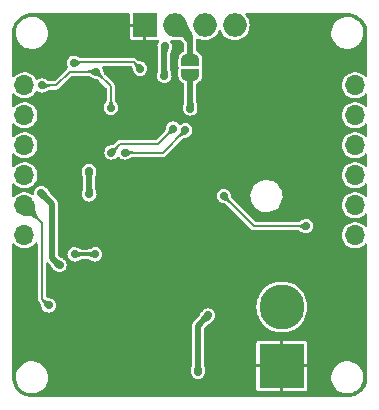
<source format=gbl>
G04 #@! TF.GenerationSoftware,KiCad,Pcbnew,7.0.1*
G04 #@! TF.CreationDate,2023-07-15T01:24:13+02:00*
G04 #@! TF.ProjectId,voltmeter,766f6c74-6d65-4746-9572-2e6b69636164,3*
G04 #@! TF.SameCoordinates,Original*
G04 #@! TF.FileFunction,Copper,L2,Bot*
G04 #@! TF.FilePolarity,Positive*
%FSLAX46Y46*%
G04 Gerber Fmt 4.6, Leading zero omitted, Abs format (unit mm)*
G04 Created by KiCad (PCBNEW 7.0.1) date 2023-07-15 01:24:13*
%MOMM*%
%LPD*%
G01*
G04 APERTURE LIST*
G04 Aperture macros list*
%AMFreePoly0*
4,1,19,0.500000,-0.750000,0.000000,-0.750000,0.000000,-0.744911,-0.071157,-0.744911,-0.207708,-0.704816,-0.327430,-0.627875,-0.420627,-0.520320,-0.479746,-0.390866,-0.500000,-0.250000,-0.500000,0.250000,-0.479746,0.390866,-0.420627,0.520320,-0.327430,0.627875,-0.207708,0.704816,-0.071157,0.744911,0.000000,0.744911,0.000000,0.750000,0.500000,0.750000,0.500000,-0.750000,0.500000,-0.750000,
$1*%
%AMFreePoly1*
4,1,19,0.000000,0.744911,0.071157,0.744911,0.207708,0.704816,0.327430,0.627875,0.420627,0.520320,0.479746,0.390866,0.500000,0.250000,0.500000,-0.250000,0.479746,-0.390866,0.420627,-0.520320,0.327430,-0.627875,0.207708,-0.704816,0.071157,-0.744911,0.000000,-0.744911,0.000000,-0.750000,-0.500000,-0.750000,-0.500000,0.750000,0.000000,0.750000,0.000000,0.744911,0.000000,0.744911,
$1*%
G04 Aperture macros list end*
G04 #@! TA.AperFunction,ComponentPad*
%ADD10R,3.800000X3.800000*%
G04 #@! TD*
G04 #@! TA.AperFunction,ComponentPad*
%ADD11C,3.800000*%
G04 #@! TD*
G04 #@! TA.AperFunction,ComponentPad*
%ADD12C,0.600000*%
G04 #@! TD*
G04 #@! TA.AperFunction,ComponentPad*
%ADD13R,2.000000X2.000000*%
G04 #@! TD*
G04 #@! TA.AperFunction,ComponentPad*
%ADD14O,2.000000X2.000000*%
G04 #@! TD*
G04 #@! TA.AperFunction,ComponentPad*
%ADD15O,1.700000X1.700000*%
G04 #@! TD*
G04 #@! TA.AperFunction,SMDPad,CuDef*
%ADD16FreePoly0,270.000000*%
G04 #@! TD*
G04 #@! TA.AperFunction,SMDPad,CuDef*
%ADD17FreePoly1,270.000000*%
G04 #@! TD*
G04 #@! TA.AperFunction,ViaPad*
%ADD18C,0.700000*%
G04 #@! TD*
G04 #@! TA.AperFunction,Conductor*
%ADD19C,0.200000*%
G04 #@! TD*
G04 #@! TA.AperFunction,Conductor*
%ADD20C,0.500000*%
G04 #@! TD*
G04 #@! TA.AperFunction,Conductor*
%ADD21C,0.300000*%
G04 #@! TD*
G04 #@! TA.AperFunction,Conductor*
%ADD22C,0.150000*%
G04 #@! TD*
G04 APERTURE END LIST*
D10*
X106450000Y-80275000D03*
D11*
X106450000Y-75275000D03*
D12*
X89775000Y-56100000D03*
X89775000Y-57100000D03*
X89775000Y-58100000D03*
D13*
X94840000Y-51425000D03*
D14*
X97380000Y-51425000D03*
D15*
X84650000Y-56505000D03*
X84650000Y-59045000D03*
X84650000Y-61585000D03*
X84650000Y-64125000D03*
X84650000Y-66665000D03*
X84650000Y-69205000D03*
X112650000Y-69205000D03*
X112650000Y-66665000D03*
X112650000Y-64125000D03*
X112650000Y-61585000D03*
X112650000Y-59045000D03*
X112650000Y-56505000D03*
D14*
X99920000Y-51425000D03*
X102460000Y-51425000D03*
D16*
X98700000Y-54350000D03*
D17*
X98700000Y-55650000D03*
D18*
X95650000Y-57050000D03*
X86900000Y-59325000D03*
X103675000Y-82500000D03*
X103675000Y-80500000D03*
X97170000Y-63645000D03*
X91449500Y-74450000D03*
X95575000Y-70875000D03*
X109725000Y-77137501D03*
X98450000Y-79750000D03*
X112075000Y-74100000D03*
X89100000Y-62625000D03*
X95450000Y-79750000D03*
X96499999Y-81800000D03*
X106361513Y-51933437D03*
X101475000Y-75850000D03*
X94450000Y-79750000D03*
X102600000Y-61725000D03*
X98000000Y-72855761D03*
X98500000Y-81800000D03*
X101475000Y-67850000D03*
X87350000Y-62900000D03*
X91100000Y-63600000D03*
X92450000Y-79750000D03*
X87725000Y-79137501D03*
X103675000Y-79500000D03*
X100325000Y-59900000D03*
X92500000Y-81800000D03*
X95575000Y-72875000D03*
X97175000Y-65650000D03*
X102600000Y-62725000D03*
X101475000Y-68850000D03*
X110950000Y-61674999D03*
X100325000Y-57900000D03*
X84175000Y-76650000D03*
X101475000Y-71850000D03*
X101475000Y-69850000D03*
X100325000Y-56900000D03*
X101475000Y-72850000D03*
X110950000Y-65674999D03*
X101400000Y-55075000D03*
X93450000Y-79750000D03*
X110950000Y-63675000D03*
X97175000Y-64650000D03*
X101475000Y-76850000D03*
X101400000Y-56075000D03*
X104400000Y-51075000D03*
X101400000Y-53075000D03*
X109800000Y-71525000D03*
X103400000Y-53075000D03*
X89100000Y-61625000D03*
X101475000Y-73850000D03*
X92350000Y-65725000D03*
X97450000Y-79750000D03*
X93125000Y-69850000D03*
X91100000Y-61600000D03*
X87875000Y-51550000D03*
X96449999Y-79750000D03*
X110950000Y-67674999D03*
X101475000Y-74850000D03*
X101475000Y-66850000D03*
X100325000Y-58900000D03*
X103675000Y-81500000D03*
X110450000Y-54800000D03*
X91350000Y-65725000D03*
X102400000Y-53075000D03*
X105150000Y-61050000D03*
X111725000Y-79137501D03*
X93750000Y-59025000D03*
X93125000Y-72850000D03*
X105325000Y-56575000D03*
X84175000Y-74650001D03*
X86675000Y-76400000D03*
X87350000Y-60900001D03*
X101475000Y-70850000D03*
X84175000Y-72650000D03*
X91100000Y-62600000D03*
X105800000Y-63150000D03*
X104400000Y-52075000D03*
X109725000Y-81137501D03*
X109825000Y-74475000D03*
X89100000Y-63625000D03*
X93650000Y-57625001D03*
X87075000Y-55450000D03*
X98000000Y-69855761D03*
X112800000Y-73075000D03*
X101475000Y-64850000D03*
X87350000Y-64899999D03*
X102600000Y-60725000D03*
X87725000Y-81137501D03*
X94500000Y-81800000D03*
X101400000Y-54075000D03*
X104400000Y-53075000D03*
X98275000Y-60325000D03*
X93150000Y-62200000D03*
X86700000Y-75150000D03*
X92025000Y-62200000D03*
X97250936Y-60171904D03*
X90150000Y-65750000D03*
X90125000Y-63750000D03*
X98700000Y-58475000D03*
X90650000Y-70825000D03*
X88900000Y-70825000D03*
X91975000Y-58425000D03*
X86090000Y-65640000D03*
X99350000Y-80750000D03*
X86125000Y-56525000D03*
X87625000Y-71750000D03*
X90714602Y-55350000D03*
X100200000Y-76000000D03*
X88844622Y-54594622D03*
X94450000Y-55100000D03*
X108500000Y-68425000D03*
X101525000Y-65875000D03*
X96500000Y-55725000D03*
X96525000Y-53200000D03*
D19*
X96400000Y-62200000D02*
X93150000Y-62200000D01*
X98275000Y-60325000D02*
X96400000Y-62200000D01*
X92750000Y-61475000D02*
X95947840Y-61475000D01*
X92025000Y-62200000D02*
X92750000Y-61475000D01*
X86125000Y-68140000D02*
X84650000Y-66665000D01*
X86700000Y-75150000D02*
X86125000Y-74575000D01*
X86125000Y-74575000D02*
X86125000Y-68140000D01*
X95947840Y-61475000D02*
X97250936Y-60171904D01*
D20*
X90125000Y-65725000D02*
X90150000Y-65750000D01*
X90125000Y-63750000D02*
X90125000Y-65725000D01*
D21*
X90650000Y-70825000D02*
X88900000Y-70825000D01*
D20*
X98700000Y-55650000D02*
X98700000Y-58475000D01*
X99350000Y-80750000D02*
X99350000Y-76850000D01*
D19*
X88500000Y-55350000D02*
X87325000Y-56525000D01*
X90714602Y-55350000D02*
X91975000Y-56610398D01*
D20*
X86975000Y-71100000D02*
X87625000Y-71750000D01*
X86090000Y-65640000D02*
X86975000Y-66525000D01*
X99350000Y-76850000D02*
X100200000Y-76000000D01*
D19*
X87325000Y-56525000D02*
X86125000Y-56525000D01*
X91975000Y-56610398D02*
X91975000Y-58425000D01*
D20*
X86975000Y-66525000D02*
X86975000Y-71100000D01*
D19*
X90714602Y-55350000D02*
X88500000Y-55350000D01*
D22*
X88844622Y-54594622D02*
X88889244Y-54550000D01*
X88889244Y-54550000D02*
X93900000Y-54550000D01*
X93900000Y-54550000D02*
X94450000Y-55100000D01*
D19*
X108500000Y-68425000D02*
X104075000Y-68425000D01*
X104075000Y-68425000D02*
X101525000Y-65875000D01*
D20*
X96525000Y-53200000D02*
X96500000Y-53225000D01*
X96500000Y-53225000D02*
X96500000Y-55725000D01*
X98700000Y-52745000D02*
X97380000Y-51425000D01*
X98700000Y-54350000D02*
X98700000Y-52745000D01*
G04 #@! TA.AperFunction,Conductor*
G36*
X93523000Y-50392381D02*
G01*
X93569119Y-50438500D01*
X93586000Y-50501500D01*
X93586000Y-51298000D01*
X94841000Y-51298000D01*
X94904000Y-51314881D01*
X94950119Y-51361000D01*
X94967000Y-51424000D01*
X94967000Y-52678999D01*
X95865014Y-52678999D01*
X95894071Y-52673219D01*
X95954438Y-52675986D01*
X96006574Y-52706543D01*
X96038486Y-52757861D01*
X96042833Y-52818135D01*
X96018616Y-52873501D01*
X96000464Y-52897156D01*
X95939955Y-53043238D01*
X95919317Y-53199998D01*
X95919353Y-53200266D01*
X95919664Y-53215241D01*
X95919926Y-53215230D01*
X95927531Y-53383851D01*
X95928505Y-53397396D01*
X95928631Y-53398669D01*
X95930314Y-53412090D01*
X95948763Y-53533131D01*
X95949901Y-53539969D01*
X95950040Y-53540741D01*
X95951476Y-53548075D01*
X95962406Y-53599800D01*
X95969621Y-53633945D01*
X95971370Y-53642219D01*
X95972654Y-53649285D01*
X95986561Y-53740536D01*
X95987871Y-53753842D01*
X95994254Y-53895364D01*
X95996014Y-53902686D01*
X95999500Y-53932119D01*
X95999500Y-54984569D01*
X95995631Y-55015552D01*
X95994296Y-55020813D01*
X95986141Y-55157736D01*
X95983866Y-55175210D01*
X95967176Y-55257777D01*
X95964979Y-55266886D01*
X95939334Y-55358181D01*
X95936888Y-55367568D01*
X95936701Y-55368344D01*
X95934682Y-55377469D01*
X95910125Y-55498955D01*
X95907200Y-55516592D01*
X95906986Y-55518235D01*
X95905302Y-55536016D01*
X95895268Y-55704492D01*
X95894808Y-55721268D01*
X95894317Y-55724996D01*
X95914955Y-55881761D01*
X95975464Y-56027842D01*
X96071717Y-56153282D01*
X96197157Y-56249535D01*
X96197158Y-56249535D01*
X96197159Y-56249536D01*
X96343238Y-56310044D01*
X96500000Y-56330682D01*
X96656762Y-56310044D01*
X96802841Y-56249536D01*
X96928282Y-56153282D01*
X97024536Y-56027841D01*
X97085044Y-55881762D01*
X97095997Y-55798565D01*
X97105682Y-55725002D01*
X97105681Y-55724996D01*
X97105192Y-55721285D01*
X97104735Y-55704578D01*
X97104310Y-55697453D01*
X97104311Y-55697449D01*
X97094696Y-55536005D01*
X97093013Y-55518236D01*
X97092802Y-55516614D01*
X97089872Y-55498951D01*
X97065321Y-55377493D01*
X97063267Y-55368222D01*
X97063063Y-55367376D01*
X97060662Y-55358173D01*
X97035015Y-55266871D01*
X97032819Y-55257765D01*
X97016129Y-55175194D01*
X97013857Y-55157746D01*
X97005703Y-55020815D01*
X97005703Y-55020814D01*
X97004368Y-55015549D01*
X97000500Y-54984570D01*
X97000500Y-53938857D01*
X97004786Y-53906274D01*
X97005598Y-53903240D01*
X97005599Y-53903237D01*
X97015293Y-53773494D01*
X97018850Y-53751752D01*
X97037235Y-53679683D01*
X97040602Y-53668630D01*
X97071550Y-53581610D01*
X97075242Y-53570418D01*
X97075555Y-53569390D01*
X97078705Y-53558124D01*
X97109318Y-53438118D01*
X97111117Y-53429500D01*
X97113899Y-53416180D01*
X97113903Y-53416158D01*
X97114233Y-53414138D01*
X97116866Y-53391984D01*
X97128853Y-53231576D01*
X97128852Y-53231562D01*
X97128886Y-53231110D01*
X97129698Y-53207465D01*
X97130682Y-53200000D01*
X97130681Y-53199997D01*
X97130682Y-53199996D01*
X97110044Y-53043238D01*
X97049535Y-52897157D01*
X97018473Y-52856676D01*
X96993986Y-52799682D01*
X96999663Y-52737911D01*
X97034126Y-52686335D01*
X97089023Y-52657453D01*
X97151046Y-52658265D01*
X97162023Y-52661207D01*
X97258094Y-52669611D01*
X97274402Y-52672125D01*
X97341409Y-52687003D01*
X97365976Y-52692458D01*
X97370041Y-52693122D01*
X97394430Y-52697109D01*
X97396104Y-52697286D01*
X97397059Y-52697388D01*
X97425889Y-52698803D01*
X97816126Y-52695888D01*
X97818010Y-52695888D01*
X97892578Y-52696519D01*
X97940220Y-52706310D01*
X97980605Y-52733419D01*
X98162595Y-52915409D01*
X98189909Y-52956286D01*
X98199500Y-53004504D01*
X98199500Y-53552970D01*
X98190474Y-53599800D01*
X98164690Y-53639920D01*
X98125843Y-53667582D01*
X98123584Y-53668615D01*
X98070798Y-53692721D01*
X98009645Y-53732022D01*
X97900979Y-53826179D01*
X97853376Y-53881116D01*
X97775646Y-54002069D01*
X97775644Y-54002072D01*
X97775644Y-54002073D01*
X97762335Y-54031215D01*
X97745444Y-54068202D01*
X97704937Y-54206156D01*
X97694592Y-54278108D01*
X97694592Y-54849999D01*
X97718198Y-54968674D01*
X97720995Y-54975428D01*
X97720995Y-55024572D01*
X97718198Y-55031325D01*
X97714033Y-55052260D01*
X97714034Y-55052260D01*
X97695559Y-55145142D01*
X97694592Y-55150001D01*
X97694592Y-55721892D01*
X97704937Y-55793843D01*
X97741431Y-55918131D01*
X97745445Y-55931800D01*
X97775644Y-55997927D01*
X97775646Y-55997930D01*
X97853376Y-56118883D01*
X97900979Y-56173820D01*
X97900984Y-56173824D01*
X98009645Y-56267978D01*
X98070799Y-56307279D01*
X98125843Y-56332417D01*
X98164690Y-56360080D01*
X98190474Y-56400200D01*
X98199500Y-56447030D01*
X98199500Y-57734569D01*
X98195631Y-57765552D01*
X98194296Y-57770813D01*
X98186141Y-57907736D01*
X98183866Y-57925210D01*
X98167176Y-58007777D01*
X98164979Y-58016886D01*
X98139334Y-58108181D01*
X98136888Y-58117568D01*
X98136701Y-58118344D01*
X98134682Y-58127469D01*
X98110125Y-58248955D01*
X98107200Y-58266592D01*
X98106986Y-58268235D01*
X98105302Y-58286016D01*
X98095268Y-58454492D01*
X98094808Y-58471268D01*
X98094317Y-58474996D01*
X98114955Y-58631761D01*
X98175464Y-58777842D01*
X98271717Y-58903282D01*
X98397157Y-58999535D01*
X98397158Y-58999535D01*
X98397159Y-58999536D01*
X98543238Y-59060044D01*
X98700000Y-59080682D01*
X98856762Y-59060044D01*
X99002841Y-58999536D01*
X99128282Y-58903282D01*
X99224536Y-58777841D01*
X99285044Y-58631762D01*
X99292767Y-58573097D01*
X99305682Y-58475002D01*
X99305681Y-58474996D01*
X99305192Y-58471285D01*
X99304735Y-58454578D01*
X99304310Y-58447453D01*
X99304311Y-58447449D01*
X99294696Y-58286005D01*
X99293013Y-58268236D01*
X99292802Y-58266614D01*
X99289872Y-58248951D01*
X99283157Y-58215733D01*
X99265320Y-58127489D01*
X99263269Y-58118232D01*
X99263059Y-58117361D01*
X99260663Y-58108177D01*
X99241775Y-58040936D01*
X99235015Y-58016871D01*
X99232819Y-58007765D01*
X99216129Y-57925194D01*
X99213857Y-57907746D01*
X99205703Y-57770815D01*
X99205703Y-57770814D01*
X99204368Y-57765549D01*
X99200500Y-57734570D01*
X99200500Y-56447030D01*
X99209526Y-56400200D01*
X99235310Y-56360080D01*
X99274156Y-56332417D01*
X99329201Y-56307279D01*
X99390355Y-56267978D01*
X99499016Y-56173824D01*
X99499017Y-56173821D01*
X99499020Y-56173820D01*
X99546623Y-56118883D01*
X99562961Y-56093458D01*
X99624356Y-55997927D01*
X99654555Y-55931800D01*
X99695062Y-55793845D01*
X99704357Y-55729199D01*
X99705408Y-55721892D01*
X99705408Y-55150001D01*
X99705408Y-55150000D01*
X99685966Y-55052260D01*
X99685964Y-55052258D01*
X99681801Y-55031326D01*
X99679005Y-55024575D01*
X99679008Y-54975406D01*
X99681805Y-54968655D01*
X99685965Y-54947741D01*
X99685966Y-54947740D01*
X99705408Y-54850000D01*
X99705408Y-54278111D01*
X99705386Y-54277961D01*
X99695062Y-54206156D01*
X99693685Y-54201465D01*
X99654555Y-54068200D01*
X99624356Y-54002073D01*
X99579400Y-53932119D01*
X99546623Y-53881116D01*
X99499020Y-53826179D01*
X99425493Y-53762469D01*
X99390355Y-53732022D01*
X99329201Y-53692721D01*
X99274156Y-53667582D01*
X99235310Y-53639920D01*
X99209526Y-53599800D01*
X99200500Y-53552970D01*
X99200500Y-52904713D01*
X99200815Y-52895810D01*
X99202395Y-52873501D01*
X99204130Y-52849010D01*
X99201917Y-52815354D01*
X99204413Y-52781828D01*
X99200821Y-52731609D01*
X99200500Y-52722619D01*
X99200500Y-52709201D01*
X99198590Y-52695919D01*
X99197628Y-52686978D01*
X99197582Y-52686335D01*
X99196708Y-52674119D01*
X99208832Y-52610528D01*
X99250935Y-52561347D01*
X99311902Y-52539566D01*
X99375636Y-52550933D01*
X99490670Y-52604575D01*
X99702023Y-52661207D01*
X99920000Y-52680277D01*
X100137977Y-52661207D01*
X100349330Y-52604575D01*
X100547639Y-52512102D01*
X100726877Y-52386598D01*
X100881598Y-52231877D01*
X101007102Y-52052639D01*
X101075804Y-51905305D01*
X101122300Y-51852288D01*
X101190000Y-51832555D01*
X101257700Y-51852288D01*
X101304195Y-51905305D01*
X101372898Y-52052639D01*
X101498404Y-52231880D01*
X101653119Y-52386595D01*
X101653122Y-52386597D01*
X101653123Y-52386598D01*
X101832361Y-52512102D01*
X102030670Y-52604575D01*
X102242023Y-52661207D01*
X102460000Y-52680277D01*
X102677977Y-52661207D01*
X102889330Y-52604575D01*
X103087639Y-52512102D01*
X103266877Y-52386598D01*
X103421598Y-52231877D01*
X103547102Y-52052639D01*
X103563579Y-52017305D01*
X110641827Y-52017305D01*
X110651613Y-52247665D01*
X110700189Y-52473061D01*
X110743908Y-52581860D01*
X110786159Y-52687006D01*
X110848185Y-52787742D01*
X110907049Y-52883344D01*
X111013684Y-53004504D01*
X111059380Y-53056425D01*
X111238772Y-53201274D01*
X111440063Y-53313721D01*
X111657462Y-53390533D01*
X111884715Y-53429500D01*
X112057535Y-53429500D01*
X112057536Y-53429500D01*
X112229741Y-53414843D01*
X112370984Y-53378065D01*
X112452869Y-53356745D01*
X112662971Y-53261773D01*
X112854000Y-53132659D01*
X113020462Y-52973119D01*
X113157566Y-52787742D01*
X113261370Y-52581860D01*
X113328886Y-52361397D01*
X113358172Y-52132694D01*
X113348386Y-51902332D01*
X113299810Y-51676938D01*
X113213841Y-51462994D01*
X113092951Y-51266657D01*
X113092950Y-51266655D01*
X112940618Y-51093573D01*
X112761228Y-50948726D01*
X112559940Y-50836280D01*
X112542933Y-50830271D01*
X112342538Y-50759467D01*
X112115285Y-50720500D01*
X111942465Y-50720500D01*
X111942464Y-50720500D01*
X111770258Y-50735156D01*
X111547135Y-50793253D01*
X111337026Y-50888228D01*
X111146001Y-51017340D01*
X110979538Y-51176880D01*
X110842434Y-51362257D01*
X110738628Y-51568143D01*
X110671113Y-51788604D01*
X110641827Y-52017305D01*
X103563579Y-52017305D01*
X103639575Y-51854330D01*
X103696207Y-51642977D01*
X103715277Y-51425000D01*
X103696207Y-51207023D01*
X103639575Y-50995670D01*
X103547102Y-50797362D01*
X103546833Y-50796978D01*
X103446471Y-50653645D01*
X103421598Y-50618123D01*
X103421597Y-50618122D01*
X103421595Y-50618119D01*
X103394071Y-50590595D01*
X103363333Y-50540436D01*
X103358717Y-50481789D01*
X103381230Y-50427439D01*
X103425963Y-50389233D01*
X103483166Y-50375500D01*
X111952405Y-50375500D01*
X111995499Y-50375500D01*
X112004487Y-50375821D01*
X112065153Y-50380159D01*
X112232880Y-50392155D01*
X112250670Y-50394713D01*
X112470000Y-50442426D01*
X112487236Y-50447486D01*
X112697559Y-50525932D01*
X112713906Y-50533398D01*
X112726795Y-50540436D01*
X112910909Y-50640971D01*
X112926032Y-50650690D01*
X113105724Y-50785205D01*
X113119310Y-50796978D01*
X113278021Y-50955689D01*
X113289794Y-50969275D01*
X113424309Y-51148967D01*
X113434028Y-51164090D01*
X113541599Y-51361089D01*
X113549068Y-51377443D01*
X113627510Y-51587756D01*
X113632574Y-51605005D01*
X113680285Y-51824327D01*
X113682844Y-51842121D01*
X113699179Y-52070512D01*
X113699500Y-52079501D01*
X113699500Y-55692681D01*
X113684138Y-55752974D01*
X113641798Y-55798565D01*
X113582805Y-55818337D01*
X113521542Y-55807470D01*
X113472950Y-55768613D01*
X113466764Y-55760421D01*
X113316041Y-55623019D01*
X113316038Y-55623017D01*
X113316037Y-55623016D01*
X113142640Y-55515653D01*
X112952456Y-55441976D01*
X112751976Y-55404500D01*
X112548024Y-55404500D01*
X112414370Y-55429484D01*
X112347543Y-55441976D01*
X112157359Y-55515653D01*
X111983962Y-55623016D01*
X111983958Y-55623019D01*
X111983959Y-55623019D01*
X111858485Y-55737404D01*
X111833235Y-55760422D01*
X111710328Y-55923177D01*
X111619417Y-56105752D01*
X111563603Y-56301914D01*
X111544785Y-56505000D01*
X111563603Y-56708085D01*
X111611238Y-56875500D01*
X111619418Y-56904250D01*
X111710327Y-57086821D01*
X111833236Y-57249579D01*
X111983959Y-57386981D01*
X111983961Y-57386982D01*
X111983962Y-57386983D01*
X112157359Y-57494346D01*
X112157361Y-57494346D01*
X112157363Y-57494348D01*
X112347544Y-57568024D01*
X112548024Y-57605500D01*
X112751974Y-57605500D01*
X112751976Y-57605500D01*
X112952456Y-57568024D01*
X113142637Y-57494348D01*
X113316041Y-57386981D01*
X113466764Y-57249579D01*
X113472950Y-57241386D01*
X113521542Y-57202530D01*
X113582805Y-57191663D01*
X113641798Y-57211435D01*
X113684138Y-57257026D01*
X113699500Y-57317319D01*
X113699500Y-58232681D01*
X113684138Y-58292974D01*
X113641798Y-58338565D01*
X113582805Y-58358337D01*
X113521542Y-58347470D01*
X113472950Y-58308613D01*
X113466764Y-58300421D01*
X113316041Y-58163019D01*
X113316038Y-58163017D01*
X113316037Y-58163016D01*
X113142640Y-58055653D01*
X112952456Y-57981976D01*
X112751976Y-57944500D01*
X112548024Y-57944500D01*
X112414370Y-57969483D01*
X112347543Y-57981976D01*
X112157359Y-58055653D01*
X111983962Y-58163016D01*
X111833235Y-58300422D01*
X111710328Y-58463177D01*
X111619417Y-58645752D01*
X111563603Y-58841914D01*
X111544785Y-59045000D01*
X111563603Y-59248085D01*
X111600500Y-59377761D01*
X111619418Y-59444250D01*
X111710327Y-59626821D01*
X111833236Y-59789579D01*
X111983959Y-59926981D01*
X111983961Y-59926982D01*
X111983962Y-59926983D01*
X112157359Y-60034346D01*
X112157361Y-60034346D01*
X112157363Y-60034348D01*
X112347544Y-60108024D01*
X112548024Y-60145500D01*
X112751974Y-60145500D01*
X112751976Y-60145500D01*
X112952456Y-60108024D01*
X113142637Y-60034348D01*
X113316041Y-59926981D01*
X113466764Y-59789579D01*
X113472950Y-59781386D01*
X113521542Y-59742530D01*
X113582805Y-59731663D01*
X113641798Y-59751435D01*
X113684138Y-59797026D01*
X113699500Y-59857319D01*
X113699500Y-60772681D01*
X113684138Y-60832974D01*
X113641798Y-60878565D01*
X113582805Y-60898337D01*
X113521542Y-60887470D01*
X113472950Y-60848613D01*
X113466764Y-60840421D01*
X113316041Y-60703019D01*
X113316038Y-60703017D01*
X113316037Y-60703016D01*
X113142640Y-60595653D01*
X112952456Y-60521976D01*
X112952455Y-60521975D01*
X112751976Y-60484500D01*
X112548024Y-60484500D01*
X112414370Y-60509483D01*
X112347543Y-60521976D01*
X112157359Y-60595653D01*
X111983962Y-60703016D01*
X111833235Y-60840422D01*
X111710328Y-61003177D01*
X111619417Y-61185752D01*
X111563603Y-61381914D01*
X111544785Y-61585000D01*
X111563603Y-61788085D01*
X111594638Y-61897159D01*
X111619418Y-61984250D01*
X111710327Y-62166821D01*
X111833236Y-62329579D01*
X111983959Y-62466981D01*
X111983961Y-62466982D01*
X111983962Y-62466983D01*
X112157359Y-62574346D01*
X112157361Y-62574346D01*
X112157363Y-62574348D01*
X112347544Y-62648024D01*
X112548024Y-62685500D01*
X112751974Y-62685500D01*
X112751976Y-62685500D01*
X112952456Y-62648024D01*
X113142637Y-62574348D01*
X113316041Y-62466981D01*
X113466764Y-62329579D01*
X113472950Y-62321386D01*
X113521542Y-62282530D01*
X113582805Y-62271663D01*
X113641798Y-62291435D01*
X113684138Y-62337026D01*
X113699500Y-62397319D01*
X113699500Y-63312681D01*
X113684138Y-63372974D01*
X113641798Y-63418565D01*
X113582805Y-63438337D01*
X113521542Y-63427470D01*
X113472950Y-63388613D01*
X113466764Y-63380421D01*
X113316041Y-63243019D01*
X113316038Y-63243017D01*
X113316037Y-63243016D01*
X113142640Y-63135653D01*
X112952456Y-63061976D01*
X112952455Y-63061975D01*
X112751976Y-63024500D01*
X112548024Y-63024500D01*
X112414370Y-63049483D01*
X112347543Y-63061976D01*
X112157359Y-63135653D01*
X111983962Y-63243016D01*
X111833235Y-63380422D01*
X111710328Y-63543177D01*
X111619417Y-63725752D01*
X111563603Y-63921914D01*
X111544785Y-64124999D01*
X111563603Y-64328085D01*
X111605319Y-64474698D01*
X111619418Y-64524250D01*
X111710327Y-64706821D01*
X111833236Y-64869579D01*
X111983959Y-65006981D01*
X111983961Y-65006982D01*
X111983962Y-65006983D01*
X112157359Y-65114346D01*
X112157361Y-65114346D01*
X112157363Y-65114348D01*
X112347544Y-65188024D01*
X112548024Y-65225500D01*
X112751974Y-65225500D01*
X112751976Y-65225500D01*
X112952456Y-65188024D01*
X113142637Y-65114348D01*
X113316041Y-65006981D01*
X113466764Y-64869579D01*
X113472950Y-64861386D01*
X113521542Y-64822530D01*
X113582805Y-64811663D01*
X113641798Y-64831435D01*
X113684138Y-64877026D01*
X113699500Y-64937319D01*
X113699500Y-65852681D01*
X113684138Y-65912974D01*
X113641798Y-65958565D01*
X113582805Y-65978337D01*
X113521542Y-65967470D01*
X113472950Y-65928613D01*
X113466764Y-65920421D01*
X113316041Y-65783019D01*
X113316038Y-65783017D01*
X113316037Y-65783016D01*
X113142640Y-65675653D01*
X112952456Y-65601976D01*
X112907723Y-65593614D01*
X112751976Y-65564500D01*
X112548024Y-65564500D01*
X112435052Y-65585618D01*
X112347543Y-65601976D01*
X112157359Y-65675653D01*
X111983962Y-65783016D01*
X111833235Y-65920422D01*
X111710328Y-66083177D01*
X111619417Y-66265752D01*
X111563603Y-66461914D01*
X111544785Y-66664999D01*
X111563603Y-66868085D01*
X111600500Y-66997761D01*
X111619418Y-67064250D01*
X111710327Y-67246821D01*
X111833236Y-67409579D01*
X111983959Y-67546981D01*
X111983961Y-67546982D01*
X111983962Y-67546983D01*
X112157359Y-67654346D01*
X112157361Y-67654346D01*
X112157363Y-67654348D01*
X112347544Y-67728024D01*
X112548024Y-67765500D01*
X112751974Y-67765500D01*
X112751976Y-67765500D01*
X112952456Y-67728024D01*
X113142637Y-67654348D01*
X113316041Y-67546981D01*
X113466764Y-67409579D01*
X113472950Y-67401386D01*
X113521542Y-67362530D01*
X113582805Y-67351663D01*
X113641798Y-67371435D01*
X113684138Y-67417026D01*
X113699500Y-67477319D01*
X113699500Y-68392681D01*
X113684138Y-68452974D01*
X113641798Y-68498565D01*
X113582805Y-68518337D01*
X113521542Y-68507470D01*
X113472950Y-68468613D01*
X113466764Y-68460421D01*
X113316041Y-68323019D01*
X113316038Y-68323017D01*
X113316037Y-68323016D01*
X113142640Y-68215653D01*
X112952456Y-68141976D01*
X112936140Y-68138926D01*
X112751976Y-68104500D01*
X112548024Y-68104500D01*
X112414370Y-68129484D01*
X112347543Y-68141976D01*
X112157359Y-68215653D01*
X111983962Y-68323016D01*
X111833235Y-68460422D01*
X111710328Y-68623177D01*
X111619417Y-68805752D01*
X111563603Y-69001914D01*
X111544785Y-69205000D01*
X111563603Y-69408085D01*
X111600500Y-69537761D01*
X111619418Y-69604250D01*
X111710327Y-69786821D01*
X111833236Y-69949579D01*
X111983959Y-70086981D01*
X111983961Y-70086982D01*
X111983962Y-70086983D01*
X112157359Y-70194346D01*
X112157361Y-70194346D01*
X112157363Y-70194348D01*
X112347544Y-70268024D01*
X112548024Y-70305500D01*
X112751974Y-70305500D01*
X112751976Y-70305500D01*
X112952456Y-70268024D01*
X113142637Y-70194348D01*
X113316041Y-70086981D01*
X113466764Y-69949579D01*
X113472950Y-69941386D01*
X113521542Y-69902530D01*
X113582805Y-69891663D01*
X113641798Y-69911435D01*
X113684138Y-69957026D01*
X113699500Y-70017319D01*
X113699500Y-81220499D01*
X113699179Y-81229488D01*
X113682844Y-81457878D01*
X113680285Y-81475672D01*
X113632574Y-81694994D01*
X113627510Y-81712243D01*
X113549068Y-81922556D01*
X113541599Y-81938910D01*
X113434028Y-82135909D01*
X113424309Y-82151032D01*
X113289794Y-82330724D01*
X113278021Y-82344310D01*
X113119310Y-82503021D01*
X113105724Y-82514794D01*
X112926032Y-82649309D01*
X112910909Y-82659028D01*
X112713910Y-82766599D01*
X112697556Y-82774068D01*
X112487243Y-82852510D01*
X112469994Y-82857574D01*
X112250672Y-82905285D01*
X112232878Y-82907844D01*
X112004488Y-82924179D01*
X111995499Y-82924500D01*
X85304501Y-82924500D01*
X85295512Y-82924179D01*
X85067121Y-82907844D01*
X85049327Y-82905285D01*
X84830005Y-82857574D01*
X84812756Y-82852510D01*
X84602443Y-82774068D01*
X84586089Y-82766599D01*
X84389090Y-82659028D01*
X84373967Y-82649309D01*
X84194275Y-82514794D01*
X84180689Y-82503021D01*
X84021978Y-82344310D01*
X84010205Y-82330724D01*
X83875690Y-82151032D01*
X83865971Y-82135909D01*
X83758400Y-81938910D01*
X83750931Y-81922556D01*
X83679806Y-81731860D01*
X83672486Y-81712236D01*
X83667425Y-81694994D01*
X83655556Y-81640435D01*
X83619713Y-81475670D01*
X83617155Y-81457877D01*
X83600821Y-81229487D01*
X83600500Y-81220499D01*
X83600500Y-81167305D01*
X83941827Y-81167305D01*
X83951613Y-81397665D01*
X84000189Y-81623061D01*
X84043908Y-81731860D01*
X84086159Y-81837006D01*
X84148185Y-81937742D01*
X84207049Y-82033344D01*
X84341117Y-82185675D01*
X84359380Y-82206425D01*
X84538772Y-82351274D01*
X84740063Y-82463721D01*
X84957462Y-82540533D01*
X85184715Y-82579500D01*
X85357535Y-82579500D01*
X85357536Y-82579500D01*
X85529741Y-82564843D01*
X85670984Y-82528065D01*
X85752869Y-82506745D01*
X85962971Y-82411773D01*
X86154000Y-82282659D01*
X86320462Y-82123119D01*
X86457566Y-81937742D01*
X86561370Y-81731860D01*
X86628886Y-81511397D01*
X86658172Y-81282694D01*
X86648386Y-81052332D01*
X86599810Y-80826938D01*
X86568892Y-80749996D01*
X98744317Y-80749996D01*
X98764955Y-80906761D01*
X98825464Y-81052842D01*
X98921717Y-81178282D01*
X99047157Y-81274535D01*
X99047158Y-81274535D01*
X99047159Y-81274536D01*
X99193238Y-81335044D01*
X99350000Y-81355682D01*
X99506762Y-81335044D01*
X99652841Y-81274536D01*
X99778282Y-81178282D01*
X99874536Y-81052841D01*
X99935044Y-80906762D01*
X99955682Y-80750000D01*
X99955192Y-80746285D01*
X99954735Y-80729578D01*
X99954310Y-80722453D01*
X99954311Y-80722449D01*
X99944696Y-80561005D01*
X99943013Y-80543236D01*
X99942802Y-80541614D01*
X99939872Y-80523951D01*
X99937508Y-80512258D01*
X99918184Y-80416657D01*
X99915321Y-80402493D01*
X99915212Y-80402000D01*
X104296001Y-80402000D01*
X104296001Y-82200018D01*
X104310736Y-82274105D01*
X104366876Y-82358124D01*
X104450893Y-82414263D01*
X104524981Y-82429000D01*
X106323000Y-82429000D01*
X106323000Y-80402000D01*
X106577000Y-80402000D01*
X106577000Y-82428999D01*
X108375018Y-82428999D01*
X108449105Y-82414263D01*
X108533124Y-82358123D01*
X108589263Y-82274106D01*
X108604000Y-82200019D01*
X108604000Y-81167305D01*
X110641827Y-81167305D01*
X110651613Y-81397665D01*
X110700189Y-81623061D01*
X110743908Y-81731860D01*
X110786159Y-81837006D01*
X110848185Y-81937742D01*
X110907049Y-82033344D01*
X111041117Y-82185675D01*
X111059380Y-82206425D01*
X111238772Y-82351274D01*
X111440063Y-82463721D01*
X111657462Y-82540533D01*
X111884715Y-82579500D01*
X112057535Y-82579500D01*
X112057536Y-82579500D01*
X112229741Y-82564843D01*
X112370984Y-82528065D01*
X112452869Y-82506745D01*
X112662971Y-82411773D01*
X112854000Y-82282659D01*
X113020462Y-82123119D01*
X113157566Y-81937742D01*
X113261370Y-81731860D01*
X113328886Y-81511397D01*
X113358172Y-81282694D01*
X113348386Y-81052332D01*
X113299810Y-80826938D01*
X113213841Y-80612994D01*
X113092951Y-80416657D01*
X113092950Y-80416655D01*
X112940618Y-80243573D01*
X112761228Y-80098726D01*
X112559940Y-79986280D01*
X112542933Y-79980271D01*
X112342538Y-79909467D01*
X112115285Y-79870500D01*
X111942465Y-79870500D01*
X111942464Y-79870500D01*
X111770258Y-79885156D01*
X111547135Y-79943253D01*
X111337026Y-80038228D01*
X111146001Y-80167340D01*
X110979538Y-80326880D01*
X110842434Y-80512257D01*
X110738628Y-80718143D01*
X110671113Y-80938604D01*
X110641827Y-81167305D01*
X108604000Y-81167305D01*
X108604000Y-80402000D01*
X106577000Y-80402000D01*
X106323000Y-80402000D01*
X104296001Y-80402000D01*
X99915212Y-80402000D01*
X99913267Y-80393222D01*
X99913063Y-80392376D01*
X99910662Y-80383173D01*
X99885015Y-80291871D01*
X99882819Y-80282765D01*
X99866129Y-80200194D01*
X99863857Y-80182746D01*
X99861788Y-80148000D01*
X104296000Y-80148000D01*
X106323000Y-80148000D01*
X106323000Y-78121001D01*
X104524982Y-78121001D01*
X104450894Y-78135736D01*
X104366875Y-78191876D01*
X104310736Y-78275893D01*
X104296000Y-78349981D01*
X104296000Y-80148000D01*
X99861788Y-80148000D01*
X99855703Y-80045815D01*
X99855703Y-80045814D01*
X99854368Y-80040549D01*
X99850500Y-80009570D01*
X99850500Y-78121000D01*
X106577000Y-78121000D01*
X106577000Y-80148000D01*
X108603999Y-80148000D01*
X108603999Y-78349982D01*
X108589263Y-78275894D01*
X108533123Y-78191875D01*
X108449106Y-78135736D01*
X108375019Y-78121000D01*
X106577000Y-78121000D01*
X99850500Y-78121000D01*
X99850500Y-77109505D01*
X99860091Y-77061287D01*
X99887404Y-77020410D01*
X99990456Y-76917357D01*
X100030350Y-76877462D01*
X100054983Y-76858298D01*
X100059653Y-76855518D01*
X100162243Y-76764458D01*
X100176185Y-76753728D01*
X100246403Y-76707124D01*
X100254373Y-76702253D01*
X100337047Y-76655840D01*
X100337065Y-76655830D01*
X100345338Y-76650979D01*
X100345394Y-76650944D01*
X100346055Y-76650541D01*
X100346368Y-76650341D01*
X100354020Y-76645463D01*
X100457260Y-76576942D01*
X100471782Y-76566555D01*
X100473079Y-76565557D01*
X100486873Y-76554152D01*
X100607831Y-76446792D01*
X100607836Y-76446785D01*
X100613199Y-76442026D01*
X100625309Y-76430563D01*
X100625480Y-76430431D01*
X100628282Y-76428282D01*
X100724536Y-76302841D01*
X100785044Y-76156762D01*
X100805682Y-76000000D01*
X100785044Y-75843238D01*
X100724536Y-75697159D01*
X100724535Y-75697158D01*
X100724535Y-75697157D01*
X100628282Y-75571717D01*
X100502842Y-75475464D01*
X100356761Y-75414955D01*
X100200000Y-75394318D01*
X100043238Y-75414955D01*
X99897156Y-75475464D01*
X99771716Y-75571718D01*
X99769429Y-75574699D01*
X99757930Y-75586846D01*
X99645846Y-75713124D01*
X99634398Y-75726972D01*
X99633417Y-75728247D01*
X99623052Y-75742740D01*
X99554541Y-75845965D01*
X99549466Y-75853928D01*
X99549033Y-75854636D01*
X99544177Y-75862916D01*
X99497754Y-75945606D01*
X99492867Y-75953599D01*
X99446280Y-76023792D01*
X99435534Y-76037755D01*
X99344480Y-76140344D01*
X99341693Y-76145026D01*
X99322527Y-76169657D01*
X99043721Y-76448463D01*
X99022754Y-76465361D01*
X99018874Y-76467854D01*
X98986398Y-76505333D01*
X98980276Y-76511908D01*
X98970778Y-76521406D01*
X98962731Y-76532156D01*
X98957093Y-76539153D01*
X98924621Y-76576629D01*
X98922706Y-76580822D01*
X98908972Y-76603970D01*
X98906205Y-76607666D01*
X98888875Y-76654128D01*
X98885434Y-76662434D01*
X98864834Y-76707541D01*
X98864178Y-76712108D01*
X98857520Y-76738195D01*
X98855909Y-76742513D01*
X98852370Y-76791981D01*
X98851410Y-76800912D01*
X98849500Y-76814202D01*
X98849500Y-76827620D01*
X98849179Y-76836608D01*
X98847827Y-76855518D01*
X98845641Y-76886074D01*
X98846620Y-76890574D01*
X98849500Y-76917357D01*
X98849500Y-80009569D01*
X98845631Y-80040552D01*
X98844296Y-80045813D01*
X98836141Y-80182736D01*
X98833866Y-80200210D01*
X98817176Y-80282777D01*
X98814979Y-80291886D01*
X98789334Y-80383181D01*
X98786888Y-80392568D01*
X98786701Y-80393344D01*
X98784682Y-80402469D01*
X98760125Y-80523955D01*
X98757200Y-80541592D01*
X98756986Y-80543235D01*
X98755302Y-80561016D01*
X98745268Y-80729492D01*
X98744808Y-80746268D01*
X98744317Y-80749996D01*
X86568892Y-80749996D01*
X86513841Y-80612994D01*
X86392951Y-80416657D01*
X86392950Y-80416655D01*
X86240618Y-80243573D01*
X86061228Y-80098726D01*
X85859940Y-79986280D01*
X85842933Y-79980271D01*
X85642538Y-79909467D01*
X85415285Y-79870500D01*
X85242465Y-79870500D01*
X85242464Y-79870500D01*
X85070258Y-79885156D01*
X84847135Y-79943253D01*
X84637026Y-80038228D01*
X84446001Y-80167340D01*
X84279538Y-80326880D01*
X84142434Y-80512257D01*
X84038628Y-80718143D01*
X83971113Y-80938604D01*
X83941827Y-81167305D01*
X83600500Y-81167305D01*
X83600500Y-70017319D01*
X83615862Y-69957026D01*
X83658202Y-69911435D01*
X83717195Y-69891663D01*
X83778458Y-69902530D01*
X83827049Y-69941386D01*
X83833236Y-69949579D01*
X83983959Y-70086981D01*
X83983961Y-70086982D01*
X83983962Y-70086983D01*
X84157359Y-70194346D01*
X84157361Y-70194346D01*
X84157363Y-70194348D01*
X84347544Y-70268024D01*
X84548024Y-70305500D01*
X84751974Y-70305500D01*
X84751976Y-70305500D01*
X84952456Y-70268024D01*
X85142637Y-70194348D01*
X85316041Y-70086981D01*
X85466764Y-69949579D01*
X85547950Y-69842070D01*
X85596543Y-69803214D01*
X85657805Y-69792347D01*
X85716799Y-69812120D01*
X85759138Y-69857711D01*
X85774500Y-69918003D01*
X85774500Y-74525582D01*
X85771818Y-74551440D01*
X85769957Y-74560315D01*
X85773532Y-74588994D01*
X85774446Y-74603724D01*
X85777658Y-74622972D01*
X85778408Y-74628117D01*
X85785352Y-74683811D01*
X85812057Y-74733159D01*
X85814440Y-74737788D01*
X85839082Y-74788194D01*
X85844581Y-74793256D01*
X85844582Y-74793258D01*
X85880373Y-74826206D01*
X85884130Y-74829812D01*
X85925209Y-74870891D01*
X85945565Y-74897565D01*
X85946633Y-74899437D01*
X85946635Y-74899440D01*
X86007089Y-74970555D01*
X86023462Y-74995170D01*
X86027835Y-75003793D01*
X86032182Y-75012364D01*
X86041879Y-75038137D01*
X86053887Y-75085092D01*
X86054863Y-75089192D01*
X86077727Y-75192938D01*
X86081121Y-75206555D01*
X86081466Y-75207790D01*
X86085608Y-75221214D01*
X86130661Y-75354147D01*
X86151726Y-75396347D01*
X86155398Y-75404401D01*
X86175462Y-75452840D01*
X86271717Y-75578282D01*
X86397157Y-75674535D01*
X86397158Y-75674535D01*
X86397159Y-75674536D01*
X86543238Y-75735044D01*
X86700000Y-75755682D01*
X86856762Y-75735044D01*
X87002841Y-75674536D01*
X87128282Y-75578282D01*
X87224536Y-75452841D01*
X87285044Y-75306762D01*
X87289226Y-75275000D01*
X104294475Y-75275000D01*
X104314551Y-75568507D01*
X104374408Y-75856555D01*
X104472928Y-76133765D01*
X104608277Y-76394975D01*
X104777935Y-76635326D01*
X104978742Y-76850337D01*
X105206945Y-77035995D01*
X105206949Y-77035997D01*
X105206951Y-77035999D01*
X105458318Y-77188859D01*
X105728159Y-77306067D01*
X106011445Y-77385440D01*
X106011451Y-77385440D01*
X106011452Y-77385441D01*
X106302899Y-77425500D01*
X106302902Y-77425500D01*
X106597098Y-77425500D01*
X106597101Y-77425500D01*
X106831854Y-77393233D01*
X106888555Y-77385440D01*
X107171841Y-77306067D01*
X107441682Y-77188859D01*
X107693049Y-77035999D01*
X107921260Y-76850335D01*
X108122065Y-76635326D01*
X108291722Y-76394976D01*
X108427072Y-76133764D01*
X108525592Y-75856554D01*
X108585448Y-75568511D01*
X108605525Y-75275000D01*
X108585448Y-74981489D01*
X108525592Y-74693446D01*
X108427072Y-74416236D01*
X108291722Y-74155024D01*
X108122065Y-73914674D01*
X107921260Y-73699665D01*
X107921259Y-73699664D01*
X107921257Y-73699662D01*
X107693054Y-73514004D01*
X107441680Y-73361140D01*
X107171843Y-73243934D01*
X107171841Y-73243933D01*
X106888555Y-73164560D01*
X106888553Y-73164559D01*
X106888547Y-73164558D01*
X106597101Y-73124500D01*
X106597098Y-73124500D01*
X106302902Y-73124500D01*
X106302899Y-73124500D01*
X106011452Y-73164558D01*
X106011444Y-73164560D01*
X106011445Y-73164560D01*
X105728159Y-73243933D01*
X105728157Y-73243933D01*
X105728156Y-73243934D01*
X105458319Y-73361140D01*
X105206945Y-73514004D01*
X104978742Y-73699662D01*
X104777935Y-73914673D01*
X104608277Y-74155024D01*
X104472928Y-74416234D01*
X104374408Y-74693444D01*
X104314551Y-74981492D01*
X104294475Y-75275000D01*
X87289226Y-75275000D01*
X87305682Y-75150000D01*
X87285044Y-74993238D01*
X87224536Y-74847159D01*
X87224535Y-74847158D01*
X87224535Y-74847157D01*
X87128282Y-74721717D01*
X87002840Y-74625462D01*
X86954401Y-74605398D01*
X86946347Y-74601726D01*
X86904146Y-74580661D01*
X86771215Y-74535608D01*
X86757894Y-74531495D01*
X86757880Y-74531491D01*
X86756664Y-74531151D01*
X86742938Y-74527726D01*
X86639221Y-74504869D01*
X86635119Y-74503893D01*
X86588134Y-74491877D01*
X86562372Y-74482185D01*
X86545174Y-74473464D01*
X86520571Y-74457101D01*
X86519905Y-74456535D01*
X86487139Y-74413415D01*
X86475500Y-74360524D01*
X86475500Y-71612504D01*
X86489233Y-71555301D01*
X86527439Y-71510568D01*
X86581789Y-71488055D01*
X86640436Y-71492671D01*
X86690595Y-71523409D01*
X86747529Y-71580343D01*
X86766696Y-71604977D01*
X86769477Y-71609648D01*
X86769478Y-71609650D01*
X86769480Y-71609652D01*
X86821483Y-71668241D01*
X86860533Y-71712238D01*
X86871279Y-71726202D01*
X86917856Y-71796379D01*
X86922745Y-71804374D01*
X86969179Y-71887083D01*
X86974029Y-71895355D01*
X86974462Y-71896063D01*
X86974473Y-71896080D01*
X86979534Y-71904019D01*
X87048054Y-72007259D01*
X87051812Y-72012515D01*
X87058406Y-72021737D01*
X87059392Y-72023019D01*
X87070849Y-72036880D01*
X87182935Y-72163160D01*
X87194435Y-72175307D01*
X87196717Y-72178281D01*
X87322157Y-72274535D01*
X87322158Y-72274535D01*
X87322159Y-72274536D01*
X87468238Y-72335044D01*
X87625000Y-72355682D01*
X87781762Y-72335044D01*
X87927841Y-72274536D01*
X88053282Y-72178282D01*
X88149536Y-72052841D01*
X88210044Y-71906762D01*
X88230682Y-71750000D01*
X88210044Y-71593238D01*
X88149536Y-71447159D01*
X88149535Y-71447158D01*
X88149535Y-71447157D01*
X88053281Y-71321717D01*
X88050307Y-71319435D01*
X88038145Y-71307921D01*
X87911887Y-71195855D01*
X87898065Y-71184428D01*
X87896774Y-71183435D01*
X87896770Y-71183432D01*
X87882261Y-71173055D01*
X87814136Y-71127841D01*
X87779002Y-71104522D01*
X87771016Y-71099432D01*
X87770280Y-71098982D01*
X87762071Y-71094171D01*
X87679375Y-71047743D01*
X87671384Y-71042858D01*
X87601203Y-70996280D01*
X87587237Y-70985532D01*
X87517859Y-70923954D01*
X87486577Y-70881378D01*
X87475500Y-70829719D01*
X87475500Y-70825000D01*
X88294318Y-70825000D01*
X88314955Y-70981761D01*
X88375464Y-71127842D01*
X88471717Y-71253282D01*
X88597157Y-71349535D01*
X88597158Y-71349535D01*
X88597159Y-71349536D01*
X88743238Y-71410044D01*
X88900000Y-71430682D01*
X89056762Y-71410044D01*
X89102069Y-71391276D01*
X89113899Y-71387056D01*
X89113903Y-71387055D01*
X89150585Y-71375997D01*
X89274863Y-71319551D01*
X89279320Y-71317474D01*
X89279722Y-71317282D01*
X89284044Y-71315168D01*
X89367564Y-71273327D01*
X89376229Y-71269390D01*
X89415960Y-71253135D01*
X89437981Y-71246401D01*
X89476529Y-71238379D01*
X89496028Y-71235889D01*
X89601353Y-71230739D01*
X89606120Y-71229576D01*
X89608144Y-71229084D01*
X89637981Y-71225500D01*
X89912019Y-71225500D01*
X89941856Y-71229084D01*
X89944446Y-71229715D01*
X89948647Y-71230739D01*
X90053965Y-71235889D01*
X90073470Y-71238380D01*
X90112010Y-71246400D01*
X90134038Y-71253136D01*
X90173755Y-71269386D01*
X90182464Y-71273343D01*
X90265958Y-71315170D01*
X90270218Y-71317254D01*
X90270245Y-71317267D01*
X90270276Y-71317282D01*
X90270678Y-71317474D01*
X90275135Y-71319551D01*
X90399414Y-71375997D01*
X90436096Y-71387055D01*
X90447947Y-71391284D01*
X90493238Y-71410044D01*
X90650000Y-71430682D01*
X90806762Y-71410044D01*
X90952841Y-71349536D01*
X91078282Y-71253282D01*
X91174536Y-71127841D01*
X91235044Y-70981762D01*
X91255682Y-70825000D01*
X91235044Y-70668238D01*
X91174536Y-70522159D01*
X91174535Y-70522158D01*
X91174535Y-70522157D01*
X91078282Y-70396717D01*
X90952842Y-70300464D01*
X90806761Y-70239955D01*
X90650000Y-70219318D01*
X90493234Y-70239956D01*
X90447941Y-70258716D01*
X90436094Y-70262944D01*
X90399420Y-70273999D01*
X90275102Y-70330462D01*
X90270434Y-70332639D01*
X90270175Y-70332763D01*
X90265994Y-70334809D01*
X90182463Y-70376654D01*
X90173743Y-70380615D01*
X90134044Y-70396858D01*
X90112000Y-70403599D01*
X90104075Y-70405248D01*
X90073477Y-70411616D01*
X90053966Y-70414107D01*
X89948646Y-70419260D01*
X89941855Y-70420916D01*
X89912017Y-70424500D01*
X89637983Y-70424500D01*
X89608145Y-70420916D01*
X89601353Y-70419260D01*
X89496033Y-70414108D01*
X89476521Y-70411616D01*
X89444211Y-70404892D01*
X89437991Y-70403598D01*
X89415954Y-70396858D01*
X89376267Y-70380621D01*
X89367543Y-70376659D01*
X89284045Y-70334830D01*
X89279414Y-70332567D01*
X89279224Y-70332477D01*
X89279162Y-70332448D01*
X89274893Y-70330461D01*
X89256615Y-70322159D01*
X89150587Y-70274002D01*
X89113906Y-70262946D01*
X89102049Y-70258715D01*
X89056761Y-70239955D01*
X88900000Y-70219318D01*
X88743238Y-70239955D01*
X88597157Y-70300464D01*
X88471717Y-70396717D01*
X88375464Y-70522157D01*
X88314955Y-70668238D01*
X88294318Y-70825000D01*
X87475500Y-70825000D01*
X87475500Y-66592357D01*
X87478380Y-66565574D01*
X87478547Y-66564801D01*
X87479359Y-66561073D01*
X87475820Y-66511608D01*
X87475500Y-66502620D01*
X87475500Y-66489201D01*
X87473590Y-66475919D01*
X87472628Y-66466972D01*
X87469091Y-66417520D01*
X87469091Y-66417517D01*
X87467482Y-66413203D01*
X87460820Y-66387099D01*
X87460165Y-66382543D01*
X87439567Y-66337441D01*
X87436124Y-66329128D01*
X87418796Y-66282669D01*
X87416036Y-66278982D01*
X87402290Y-66255815D01*
X87400378Y-66251628D01*
X87367909Y-66214157D01*
X87362265Y-66207152D01*
X87354224Y-66196411D01*
X87354223Y-66196410D01*
X87354221Y-66196407D01*
X87344722Y-66186908D01*
X87338604Y-66180336D01*
X87306129Y-66142857D01*
X87302248Y-66140363D01*
X87281275Y-66123461D01*
X86967472Y-65809658D01*
X86948303Y-65785021D01*
X86945521Y-65780349D01*
X86945520Y-65780347D01*
X86854454Y-65677747D01*
X86843721Y-65663799D01*
X86797132Y-65593605D01*
X86792256Y-65585629D01*
X86745830Y-65502932D01*
X86740979Y-65494659D01*
X86740525Y-65493917D01*
X86735463Y-65485976D01*
X86735445Y-65485950D01*
X86735433Y-65485930D01*
X86666947Y-65382744D01*
X86656565Y-65368229D01*
X86655543Y-65366901D01*
X86644163Y-65353138D01*
X86644159Y-65353133D01*
X86644152Y-65353125D01*
X86536792Y-65232167D01*
X86536787Y-65232162D01*
X86532052Y-65226828D01*
X86520567Y-65214696D01*
X86518282Y-65211718D01*
X86518280Y-65211716D01*
X86518279Y-65211715D01*
X86392843Y-65115464D01*
X86246761Y-65054955D01*
X86110637Y-65037034D01*
X86090000Y-65034318D01*
X86089999Y-65034318D01*
X85933238Y-65054955D01*
X85787157Y-65115464D01*
X85661717Y-65211717D01*
X85565464Y-65337157D01*
X85504955Y-65483238D01*
X85484318Y-65640000D01*
X85485066Y-65645685D01*
X85474508Y-65715013D01*
X85428524Y-65767960D01*
X85361356Y-65788123D01*
X85293814Y-65769256D01*
X85142640Y-65675653D01*
X84952456Y-65601976D01*
X84907723Y-65593614D01*
X84751976Y-65564500D01*
X84548024Y-65564500D01*
X84435052Y-65585618D01*
X84347543Y-65601976D01*
X84157359Y-65675653D01*
X83983962Y-65783016D01*
X83848220Y-65906761D01*
X83833236Y-65920421D01*
X83827049Y-65928613D01*
X83778458Y-65967470D01*
X83717195Y-65978337D01*
X83658202Y-65958565D01*
X83615862Y-65912974D01*
X83600500Y-65852681D01*
X83600500Y-64937319D01*
X83615862Y-64877026D01*
X83658202Y-64831435D01*
X83717195Y-64811663D01*
X83778458Y-64822530D01*
X83827049Y-64861386D01*
X83833236Y-64869579D01*
X83983959Y-65006981D01*
X83983961Y-65006982D01*
X83983962Y-65006983D01*
X84157359Y-65114346D01*
X84157361Y-65114346D01*
X84157363Y-65114348D01*
X84347544Y-65188024D01*
X84548024Y-65225500D01*
X84751974Y-65225500D01*
X84751976Y-65225500D01*
X84952456Y-65188024D01*
X85142637Y-65114348D01*
X85316041Y-65006981D01*
X85466764Y-64869579D01*
X85589673Y-64706821D01*
X85680582Y-64524250D01*
X85736397Y-64328083D01*
X85755215Y-64125000D01*
X85736397Y-63921917D01*
X85687482Y-63750002D01*
X89519317Y-63750002D01*
X89519808Y-63753730D01*
X89520268Y-63770506D01*
X89530302Y-63938981D01*
X89531986Y-63956762D01*
X89532200Y-63958405D01*
X89535125Y-63976042D01*
X89559678Y-64097508D01*
X89561729Y-64106765D01*
X89561939Y-64107636D01*
X89564335Y-64116821D01*
X89589981Y-64208118D01*
X89592178Y-64217229D01*
X89608866Y-64299787D01*
X89611141Y-64317259D01*
X89619297Y-64454187D01*
X89620633Y-64459454D01*
X89624500Y-64490430D01*
X89624500Y-65017881D01*
X89621013Y-65047319D01*
X89619254Y-65054635D01*
X89612871Y-65196164D01*
X89611561Y-65209462D01*
X89597650Y-65300731D01*
X89596372Y-65307766D01*
X89576489Y-65401863D01*
X89575111Y-65408865D01*
X89575003Y-65409458D01*
X89573767Y-65416840D01*
X89555306Y-65537965D01*
X89553638Y-65551247D01*
X89553514Y-65552508D01*
X89552530Y-65566156D01*
X89544926Y-65734767D01*
X89544664Y-65734755D01*
X89544353Y-65749730D01*
X89544317Y-65749999D01*
X89564955Y-65906761D01*
X89625464Y-66052842D01*
X89721717Y-66178282D01*
X89847157Y-66274535D01*
X89847158Y-66274535D01*
X89847159Y-66274536D01*
X89993238Y-66335044D01*
X90150000Y-66355682D01*
X90306762Y-66335044D01*
X90452841Y-66274536D01*
X90578282Y-66178282D01*
X90674536Y-66052841D01*
X90735044Y-65906762D01*
X90739226Y-65875000D01*
X100919318Y-65875000D01*
X100939955Y-66031761D01*
X101000464Y-66177842D01*
X101096715Y-66303279D01*
X101096716Y-66303280D01*
X101096718Y-66303282D01*
X101222159Y-66399536D01*
X101252446Y-66412081D01*
X101270570Y-66419588D01*
X101278622Y-66423260D01*
X101320539Y-66444181D01*
X101320855Y-66444339D01*
X101453782Y-66489390D01*
X101467153Y-66493517D01*
X101468390Y-66493862D01*
X101475036Y-66495520D01*
X101482024Y-66497264D01*
X101482040Y-66497267D01*
X101482046Y-66497269D01*
X101506329Y-66502620D01*
X101585842Y-66520142D01*
X101589928Y-66521114D01*
X101636863Y-66533117D01*
X101662617Y-66542807D01*
X101679821Y-66551531D01*
X101704437Y-66567903D01*
X101775556Y-66628362D01*
X101777431Y-66629431D01*
X101804106Y-66649788D01*
X103792212Y-68637894D01*
X103808599Y-68658073D01*
X103813560Y-68665666D01*
X103813562Y-68665667D01*
X103813563Y-68665669D01*
X103836375Y-68683424D01*
X103847433Y-68693190D01*
X103847694Y-68693376D01*
X103863333Y-68704542D01*
X103867451Y-68707612D01*
X103905874Y-68737517D01*
X103905876Y-68737517D01*
X103911774Y-68742108D01*
X103918932Y-68744239D01*
X103918934Y-68744240D01*
X103965582Y-68758127D01*
X103970474Y-68759694D01*
X104016512Y-68775500D01*
X104016513Y-68775500D01*
X104023579Y-68777926D01*
X104079631Y-68775608D01*
X104084837Y-68775500D01*
X107754785Y-68775500D01*
X107788040Y-68779967D01*
X107790117Y-68780536D01*
X107883169Y-68788075D01*
X107912140Y-68793902D01*
X107930469Y-68799896D01*
X107955533Y-68811256D01*
X107997253Y-68835983D01*
X108000812Y-68838175D01*
X108024460Y-68853282D01*
X108090362Y-68895383D01*
X108102415Y-68902625D01*
X108103534Y-68903256D01*
X108115917Y-68909798D01*
X108241768Y-68971936D01*
X108286542Y-68986896D01*
X108294823Y-68989989D01*
X108343238Y-69010044D01*
X108500000Y-69030682D01*
X108656762Y-69010044D01*
X108802841Y-68949536D01*
X108928282Y-68853282D01*
X109024536Y-68727841D01*
X109085044Y-68581762D01*
X109105682Y-68425000D01*
X109085044Y-68268238D01*
X109024536Y-68122159D01*
X109024535Y-68122158D01*
X109024535Y-68122157D01*
X108928282Y-67996717D01*
X108802842Y-67900464D01*
X108656761Y-67839955D01*
X108500000Y-67819318D01*
X108343238Y-67839955D01*
X108294821Y-67860010D01*
X108286533Y-67863106D01*
X108241776Y-67878059D01*
X108115908Y-67940204D01*
X108103500Y-67946759D01*
X108102428Y-67947364D01*
X108090374Y-67954607D01*
X108000869Y-68011786D01*
X107997279Y-68013996D01*
X107955536Y-68038736D01*
X107930462Y-68050101D01*
X107912141Y-68056093D01*
X107883150Y-68061923D01*
X107790117Y-68069462D01*
X107788047Y-68070029D01*
X107754782Y-68074500D01*
X104272371Y-68074500D01*
X104224153Y-68064909D01*
X104183276Y-68037595D01*
X102299788Y-66154106D01*
X102279431Y-66127431D01*
X102278362Y-66125556D01*
X102217903Y-66054437D01*
X102201531Y-66029821D01*
X102192807Y-66012617D01*
X102183117Y-65986863D01*
X102171114Y-65939928D01*
X102170142Y-65935842D01*
X102147264Y-65832024D01*
X102146710Y-65829805D01*
X103791827Y-65829805D01*
X103801613Y-66060165D01*
X103850189Y-66285561D01*
X103904727Y-66421283D01*
X103936159Y-66499506D01*
X103974068Y-66561074D01*
X104057049Y-66695844D01*
X104191117Y-66848174D01*
X104209380Y-66868925D01*
X104388772Y-67013774D01*
X104590063Y-67126221D01*
X104807462Y-67203033D01*
X105034715Y-67242000D01*
X105207535Y-67242000D01*
X105207536Y-67242000D01*
X105379741Y-67227343D01*
X105556797Y-67181241D01*
X105602869Y-67169245D01*
X105812971Y-67074273D01*
X106004000Y-66945159D01*
X106170462Y-66785619D01*
X106307566Y-66600242D01*
X106411370Y-66394360D01*
X106478886Y-66173897D01*
X106508172Y-65945194D01*
X106498386Y-65714832D01*
X106449810Y-65489438D01*
X106363841Y-65275494D01*
X106242951Y-65079157D01*
X106242950Y-65079155D01*
X106090618Y-64906073D01*
X105911228Y-64761226D01*
X105709940Y-64648780D01*
X105692933Y-64642771D01*
X105492538Y-64571967D01*
X105265285Y-64533000D01*
X105092465Y-64533000D01*
X105092464Y-64533000D01*
X104920258Y-64547656D01*
X104697135Y-64605753D01*
X104487026Y-64700728D01*
X104296001Y-64829840D01*
X104129538Y-64989380D01*
X103992434Y-65174757D01*
X103888628Y-65380643D01*
X103821113Y-65601104D01*
X103791827Y-65829805D01*
X102146710Y-65829805D01*
X102143865Y-65818404D01*
X102143862Y-65818390D01*
X102143517Y-65817153D01*
X102139390Y-65803782D01*
X102094339Y-65670855D01*
X102073260Y-65628622D01*
X102069588Y-65620570D01*
X102058423Y-65593614D01*
X102049536Y-65572159D01*
X101953282Y-65446718D01*
X101953280Y-65446716D01*
X101953279Y-65446715D01*
X101827842Y-65350464D01*
X101681761Y-65289955D01*
X101532527Y-65270309D01*
X101525000Y-65269318D01*
X101524999Y-65269318D01*
X101368238Y-65289955D01*
X101222157Y-65350464D01*
X101096717Y-65446717D01*
X101000464Y-65572157D01*
X100939955Y-65718238D01*
X100919318Y-65875000D01*
X90739226Y-65875000D01*
X90742164Y-65852681D01*
X90755682Y-65750004D01*
X90755681Y-65750002D01*
X90755682Y-65750000D01*
X90754697Y-65742525D01*
X90753886Y-65718887D01*
X90753852Y-65718435D01*
X90753853Y-65718423D01*
X90741866Y-65558014D01*
X90739233Y-65535860D01*
X90738903Y-65533840D01*
X90738901Y-65533834D01*
X90738899Y-65533817D01*
X90734319Y-65511885D01*
X90729932Y-65494689D01*
X90703705Y-65391874D01*
X90700555Y-65380608D01*
X90700242Y-65379580D01*
X90696550Y-65368388D01*
X90665605Y-65281374D01*
X90662234Y-65270309D01*
X90651142Y-65226828D01*
X90643851Y-65198246D01*
X90640293Y-65176501D01*
X90630599Y-65046763D01*
X90629786Y-65043726D01*
X90625500Y-65011143D01*
X90625500Y-64490430D01*
X90629368Y-64459451D01*
X90630703Y-64454185D01*
X90638857Y-64317261D01*
X90641132Y-64299787D01*
X90657819Y-64217233D01*
X90660016Y-64208121D01*
X90683366Y-64125000D01*
X90685662Y-64116825D01*
X90688063Y-64107622D01*
X90688267Y-64106776D01*
X90690321Y-64097505D01*
X90714872Y-63976047D01*
X90717802Y-63958384D01*
X90718013Y-63956762D01*
X90719696Y-63938993D01*
X90729311Y-63777550D01*
X90729310Y-63777547D01*
X90729734Y-63770443D01*
X90730192Y-63753714D01*
X90730682Y-63750000D01*
X90710044Y-63593238D01*
X90649536Y-63447159D01*
X90649535Y-63447158D01*
X90649535Y-63447157D01*
X90553282Y-63321717D01*
X90427842Y-63225464D01*
X90281761Y-63164955D01*
X90145636Y-63147034D01*
X90125000Y-63144318D01*
X90124999Y-63144318D01*
X89968238Y-63164955D01*
X89822157Y-63225464D01*
X89696717Y-63321717D01*
X89600464Y-63447157D01*
X89539955Y-63593238D01*
X89519317Y-63750002D01*
X85687482Y-63750002D01*
X85680582Y-63725750D01*
X85589673Y-63543179D01*
X85466764Y-63380421D01*
X85316041Y-63243019D01*
X85316038Y-63243017D01*
X85316037Y-63243016D01*
X85142640Y-63135653D01*
X84952456Y-63061976D01*
X84952455Y-63061975D01*
X84751976Y-63024500D01*
X84548024Y-63024500D01*
X84414370Y-63049483D01*
X84347543Y-63061976D01*
X84157359Y-63135653D01*
X83983962Y-63243016D01*
X83983958Y-63243019D01*
X83983959Y-63243019D01*
X83833236Y-63380421D01*
X83827049Y-63388613D01*
X83778458Y-63427470D01*
X83717195Y-63438337D01*
X83658202Y-63418565D01*
X83615862Y-63372974D01*
X83600500Y-63312681D01*
X83600500Y-62397319D01*
X83615862Y-62337026D01*
X83658202Y-62291435D01*
X83717195Y-62271663D01*
X83778458Y-62282530D01*
X83827049Y-62321386D01*
X83833236Y-62329579D01*
X83983959Y-62466981D01*
X83983961Y-62466982D01*
X83983962Y-62466983D01*
X84157359Y-62574346D01*
X84157361Y-62574346D01*
X84157363Y-62574348D01*
X84347544Y-62648024D01*
X84548024Y-62685500D01*
X84751974Y-62685500D01*
X84751976Y-62685500D01*
X84952456Y-62648024D01*
X85142637Y-62574348D01*
X85316041Y-62466981D01*
X85466764Y-62329579D01*
X85564617Y-62200000D01*
X91419318Y-62200000D01*
X91439955Y-62356761D01*
X91500464Y-62502842D01*
X91596717Y-62628282D01*
X91722157Y-62724535D01*
X91722158Y-62724535D01*
X91722159Y-62724536D01*
X91868238Y-62785044D01*
X92025000Y-62805682D01*
X92181762Y-62785044D01*
X92327841Y-62724536D01*
X92453282Y-62628282D01*
X92487540Y-62583635D01*
X92531769Y-62547337D01*
X92587498Y-62534342D01*
X92643226Y-62547336D01*
X92687461Y-62583638D01*
X92708429Y-62610964D01*
X92721718Y-62628282D01*
X92747445Y-62648023D01*
X92847157Y-62724535D01*
X92847158Y-62724535D01*
X92847159Y-62724536D01*
X92993238Y-62785044D01*
X93150000Y-62805682D01*
X93306762Y-62785044D01*
X93355198Y-62764980D01*
X93363427Y-62761905D01*
X93408232Y-62746935D01*
X93534082Y-62684797D01*
X93546464Y-62678256D01*
X93547583Y-62677625D01*
X93559636Y-62670383D01*
X93649215Y-62613154D01*
X93652726Y-62610993D01*
X93694463Y-62586256D01*
X93719524Y-62574897D01*
X93737858Y-62568901D01*
X93766825Y-62563075D01*
X93859882Y-62555536D01*
X93861961Y-62554967D01*
X93895214Y-62550500D01*
X96350582Y-62550500D01*
X96376439Y-62553181D01*
X96385315Y-62555043D01*
X96413993Y-62551468D01*
X96428715Y-62550553D01*
X96429033Y-62550500D01*
X96429040Y-62550500D01*
X96448012Y-62547333D01*
X96453068Y-62546596D01*
X96501393Y-62540573D01*
X96501396Y-62540571D01*
X96508810Y-62539647D01*
X96515378Y-62536092D01*
X96515381Y-62536092D01*
X96558165Y-62512936D01*
X96562765Y-62510569D01*
X96606484Y-62489198D01*
X96606486Y-62489195D01*
X96613197Y-62485915D01*
X96618256Y-62480418D01*
X96618258Y-62480418D01*
X96651219Y-62444611D01*
X96654779Y-62440901D01*
X97995895Y-61099785D01*
X98022574Y-61079428D01*
X98024441Y-61078363D01*
X98024439Y-61078363D01*
X98024445Y-61078361D01*
X98095570Y-61017896D01*
X98120174Y-61001531D01*
X98137380Y-60992806D01*
X98163138Y-60983116D01*
X98190848Y-60976029D01*
X98210080Y-60971111D01*
X98214154Y-60970140D01*
X98317953Y-60947267D01*
X98331608Y-60943861D01*
X98332845Y-60943516D01*
X98346214Y-60939390D01*
X98479142Y-60894340D01*
X98521391Y-60873252D01*
X98529423Y-60869591D01*
X98577841Y-60849536D01*
X98703282Y-60753282D01*
X98799536Y-60627841D01*
X98860044Y-60481762D01*
X98880682Y-60325000D01*
X98860044Y-60168238D01*
X98799536Y-60022159D01*
X98799535Y-60022158D01*
X98799535Y-60022157D01*
X98703282Y-59896717D01*
X98577842Y-59800464D01*
X98431761Y-59739955D01*
X98275000Y-59719318D01*
X98118238Y-59739955D01*
X97972157Y-59800464D01*
X97915193Y-59844174D01*
X97854936Y-59869133D01*
X97790272Y-59860620D01*
X97738528Y-59820916D01*
X97679216Y-59743620D01*
X97553778Y-59647368D01*
X97407697Y-59586859D01*
X97250936Y-59566222D01*
X97094174Y-59586859D01*
X96948093Y-59647368D01*
X96822654Y-59743621D01*
X96726401Y-59869060D01*
X96706319Y-59917540D01*
X96702643Y-59925599D01*
X96681598Y-59967752D01*
X96636545Y-60100683D01*
X96632449Y-60113939D01*
X96632101Y-60115187D01*
X96628666Y-60128947D01*
X96605805Y-60232680D01*
X96604829Y-60236780D01*
X96592814Y-60283762D01*
X96583119Y-60309532D01*
X96574398Y-60326729D01*
X96558024Y-60351348D01*
X96497568Y-60422467D01*
X96496500Y-60424341D01*
X96476148Y-60451008D01*
X95839563Y-61087595D01*
X95798685Y-61114909D01*
X95750467Y-61124500D01*
X92799418Y-61124500D01*
X92773560Y-61121818D01*
X92764685Y-61119957D01*
X92764684Y-61119957D01*
X92736006Y-61123532D01*
X92721279Y-61124446D01*
X92702027Y-61127658D01*
X92696886Y-61128407D01*
X92641190Y-61135351D01*
X92591839Y-61162058D01*
X92587211Y-61164440D01*
X92536805Y-61189082D01*
X92498791Y-61230374D01*
X92495188Y-61234128D01*
X92304107Y-61425209D01*
X92277442Y-61445561D01*
X92275563Y-61446632D01*
X92204444Y-61507088D01*
X92179825Y-61523462D01*
X92162628Y-61532183D01*
X92136858Y-61541878D01*
X92089876Y-61553893D01*
X92085776Y-61554869D01*
X91982043Y-61577729D01*
X91968322Y-61581154D01*
X91967103Y-61581494D01*
X91953798Y-61585603D01*
X91820848Y-61630662D01*
X91778695Y-61651707D01*
X91770636Y-61655383D01*
X91722156Y-61675465D01*
X91596717Y-61771718D01*
X91500464Y-61897157D01*
X91439955Y-62043238D01*
X91419318Y-62200000D01*
X85564617Y-62200000D01*
X85589673Y-62166821D01*
X85680582Y-61984250D01*
X85736397Y-61788083D01*
X85755215Y-61585000D01*
X85736397Y-61381917D01*
X85680582Y-61185750D01*
X85589673Y-61003179D01*
X85466764Y-60840421D01*
X85316041Y-60703019D01*
X85316038Y-60703017D01*
X85316037Y-60703016D01*
X85142640Y-60595653D01*
X84952456Y-60521976D01*
X84952455Y-60521975D01*
X84751976Y-60484500D01*
X84548024Y-60484500D01*
X84414370Y-60509483D01*
X84347543Y-60521976D01*
X84157359Y-60595653D01*
X83983962Y-60703016D01*
X83887706Y-60790765D01*
X83833236Y-60840421D01*
X83827049Y-60848613D01*
X83778458Y-60887470D01*
X83717195Y-60898337D01*
X83658202Y-60878565D01*
X83615862Y-60832974D01*
X83600500Y-60772681D01*
X83600500Y-59857319D01*
X83615862Y-59797026D01*
X83658202Y-59751435D01*
X83717195Y-59731663D01*
X83778458Y-59742530D01*
X83827049Y-59781386D01*
X83833236Y-59789579D01*
X83983959Y-59926981D01*
X83983961Y-59926982D01*
X83983962Y-59926983D01*
X84157359Y-60034346D01*
X84157361Y-60034346D01*
X84157363Y-60034348D01*
X84347544Y-60108024D01*
X84548024Y-60145500D01*
X84751974Y-60145500D01*
X84751976Y-60145500D01*
X84952456Y-60108024D01*
X85142637Y-60034348D01*
X85316041Y-59926981D01*
X85466764Y-59789579D01*
X85589673Y-59626821D01*
X85680582Y-59444250D01*
X85736397Y-59248083D01*
X85755215Y-59045000D01*
X85736397Y-58841917D01*
X85680582Y-58645750D01*
X85589673Y-58463179D01*
X85466764Y-58300421D01*
X85316041Y-58163019D01*
X85316038Y-58163017D01*
X85316037Y-58163016D01*
X85142640Y-58055653D01*
X84952456Y-57981976D01*
X84751976Y-57944500D01*
X84548024Y-57944500D01*
X84414370Y-57969483D01*
X84347543Y-57981976D01*
X84157359Y-58055653D01*
X83983962Y-58163016D01*
X83868542Y-58268235D01*
X83833236Y-58300421D01*
X83827049Y-58308613D01*
X83778458Y-58347470D01*
X83717195Y-58358337D01*
X83658202Y-58338565D01*
X83615862Y-58292974D01*
X83600500Y-58232681D01*
X83600500Y-57317319D01*
X83615862Y-57257026D01*
X83658202Y-57211435D01*
X83717195Y-57191663D01*
X83778458Y-57202530D01*
X83827049Y-57241386D01*
X83833236Y-57249579D01*
X83983959Y-57386981D01*
X83983961Y-57386982D01*
X83983962Y-57386983D01*
X84157359Y-57494346D01*
X84157361Y-57494346D01*
X84157363Y-57494348D01*
X84347544Y-57568024D01*
X84548024Y-57605500D01*
X84751974Y-57605500D01*
X84751976Y-57605500D01*
X84952456Y-57568024D01*
X85142637Y-57494348D01*
X85316041Y-57386981D01*
X85466764Y-57249579D01*
X85589673Y-57086821D01*
X85599209Y-57067667D01*
X85633955Y-57024911D01*
X85683624Y-57001066D01*
X85738718Y-57000694D01*
X85788705Y-57023866D01*
X85822159Y-57049536D01*
X85968238Y-57110044D01*
X86125000Y-57130682D01*
X86281762Y-57110044D01*
X86330198Y-57089980D01*
X86338427Y-57086905D01*
X86383232Y-57071935D01*
X86509082Y-57009797D01*
X86521464Y-57003256D01*
X86522583Y-57002625D01*
X86534636Y-56995383D01*
X86624215Y-56938154D01*
X86627726Y-56935993D01*
X86669463Y-56911256D01*
X86694524Y-56899897D01*
X86712858Y-56893901D01*
X86741825Y-56888075D01*
X86834882Y-56880536D01*
X86836961Y-56879967D01*
X86870214Y-56875500D01*
X87275582Y-56875500D01*
X87301439Y-56878181D01*
X87310315Y-56880043D01*
X87338993Y-56876468D01*
X87353715Y-56875553D01*
X87354033Y-56875500D01*
X87354040Y-56875500D01*
X87373012Y-56872333D01*
X87378068Y-56871596D01*
X87426393Y-56865573D01*
X87426396Y-56865571D01*
X87433810Y-56864647D01*
X87440378Y-56861092D01*
X87440381Y-56861092D01*
X87483165Y-56837936D01*
X87487765Y-56835569D01*
X87531484Y-56814198D01*
X87531486Y-56814195D01*
X87538197Y-56810915D01*
X87543256Y-56805418D01*
X87543258Y-56805418D01*
X87576219Y-56769611D01*
X87579755Y-56765925D01*
X88608279Y-55737402D01*
X88649154Y-55710091D01*
X88697372Y-55700500D01*
X89100000Y-55700500D01*
X89100000Y-58775000D01*
X90425000Y-58775000D01*
X90425000Y-55911406D01*
X90441923Y-55905252D01*
X90502179Y-55916989D01*
X90502318Y-55916580D01*
X90505348Y-55917607D01*
X90508036Y-55918130D01*
X90510457Y-55919339D01*
X90643384Y-55964390D01*
X90656755Y-55968517D01*
X90657992Y-55968862D01*
X90664844Y-55970571D01*
X90671626Y-55972264D01*
X90671642Y-55972267D01*
X90671648Y-55972269D01*
X90709508Y-55980612D01*
X90775444Y-55995142D01*
X90779530Y-55996114D01*
X90826465Y-56008117D01*
X90852219Y-56017807D01*
X90869423Y-56026531D01*
X90894039Y-56042903D01*
X90965158Y-56103362D01*
X90967033Y-56104431D01*
X90993708Y-56124788D01*
X91587595Y-56718675D01*
X91614909Y-56759552D01*
X91624500Y-56807770D01*
X91624500Y-57679782D01*
X91620029Y-57713047D01*
X91619462Y-57715117D01*
X91611923Y-57808150D01*
X91606093Y-57837141D01*
X91600101Y-57855462D01*
X91588736Y-57880536D01*
X91563996Y-57922279D01*
X91561786Y-57925869D01*
X91504607Y-58015374D01*
X91497364Y-58027428D01*
X91496759Y-58028500D01*
X91490204Y-58040908D01*
X91428059Y-58166776D01*
X91413106Y-58211533D01*
X91410010Y-58219821D01*
X91389955Y-58268238D01*
X91369318Y-58425000D01*
X91389955Y-58581761D01*
X91450464Y-58727842D01*
X91546717Y-58853282D01*
X91672157Y-58949535D01*
X91672158Y-58949535D01*
X91672159Y-58949536D01*
X91818238Y-59010044D01*
X91975000Y-59030682D01*
X92131762Y-59010044D01*
X92277841Y-58949536D01*
X92403282Y-58853282D01*
X92499536Y-58727841D01*
X92560044Y-58581762D01*
X92580682Y-58425000D01*
X92560044Y-58268238D01*
X92539989Y-58219821D01*
X92536896Y-58211542D01*
X92536893Y-58211533D01*
X92521936Y-58166768D01*
X92459798Y-58040917D01*
X92453256Y-58028534D01*
X92452625Y-58027415D01*
X92445383Y-58015362D01*
X92407062Y-57955377D01*
X92388175Y-57925812D01*
X92385983Y-57922253D01*
X92361256Y-57880533D01*
X92349896Y-57855469D01*
X92343902Y-57837140D01*
X92338075Y-57808169D01*
X92330536Y-57715117D01*
X92329967Y-57713040D01*
X92325500Y-57679785D01*
X92325500Y-56659816D01*
X92328182Y-56633958D01*
X92330043Y-56625083D01*
X92326468Y-56596404D01*
X92325553Y-56581684D01*
X92325500Y-56581366D01*
X92325500Y-56581358D01*
X92322330Y-56562365D01*
X92321593Y-56557301D01*
X92315573Y-56509005D01*
X92315572Y-56509004D01*
X92314648Y-56501587D01*
X92287947Y-56452250D01*
X92285571Y-56447636D01*
X92264198Y-56403914D01*
X92264197Y-56403913D01*
X92260916Y-56397201D01*
X92219624Y-56359189D01*
X92215867Y-56355583D01*
X91489390Y-55629106D01*
X91469033Y-55602431D01*
X91467964Y-55600556D01*
X91407505Y-55529437D01*
X91391133Y-55504821D01*
X91382409Y-55487617D01*
X91372719Y-55461863D01*
X91360716Y-55414928D01*
X91359744Y-55410842D01*
X91336866Y-55307024D01*
X91333467Y-55293404D01*
X91333464Y-55293390D01*
X91333119Y-55292153D01*
X91328992Y-55278782D01*
X91283941Y-55145855D01*
X91283584Y-55145140D01*
X91262862Y-55103622D01*
X91259190Y-55095569D01*
X91240198Y-55049717D01*
X91231214Y-54989149D01*
X91251842Y-54931498D01*
X91297211Y-54890378D01*
X91356607Y-54875500D01*
X93677159Y-54875500D01*
X93733435Y-54888766D01*
X93777861Y-54925769D01*
X93801082Y-54978719D01*
X93807652Y-55014458D01*
X93807955Y-55016172D01*
X93826795Y-55127267D01*
X93830487Y-55145140D01*
X93830881Y-55146756D01*
X93833717Y-55156792D01*
X93835874Y-55164424D01*
X93835879Y-55164439D01*
X93861030Y-55242609D01*
X93863329Y-55252835D01*
X93864955Y-55256761D01*
X93864956Y-55256762D01*
X93865376Y-55257777D01*
X93865810Y-55258823D01*
X93869347Y-55268453D01*
X93872673Y-55278790D01*
X93879545Y-55300147D01*
X93889046Y-55319878D01*
X93902191Y-55347175D01*
X93905075Y-55353620D01*
X93910853Y-55367568D01*
X93925464Y-55402841D01*
X94021718Y-55528282D01*
X94021720Y-55528284D01*
X94147157Y-55624535D01*
X94147158Y-55624535D01*
X94147159Y-55624536D01*
X94293238Y-55685044D01*
X94450000Y-55705682D01*
X94606762Y-55685044D01*
X94752841Y-55624536D01*
X94878282Y-55528282D01*
X94974536Y-55402841D01*
X95035044Y-55256762D01*
X95055682Y-55100000D01*
X95035044Y-54943238D01*
X94974536Y-54797159D01*
X94974535Y-54797158D01*
X94974535Y-54797157D01*
X94878284Y-54671720D01*
X94878282Y-54671719D01*
X94878282Y-54671718D01*
X94752841Y-54575464D01*
X94752839Y-54575463D01*
X94703620Y-54555075D01*
X94697175Y-54552191D01*
X94669878Y-54539046D01*
X94650147Y-54529545D01*
X94618455Y-54519347D01*
X94608827Y-54515811D01*
X94606762Y-54514956D01*
X94606761Y-54514955D01*
X94602835Y-54513329D01*
X94592609Y-54511030D01*
X94524978Y-54489270D01*
X94514424Y-54485874D01*
X94506792Y-54483717D01*
X94496756Y-54480881D01*
X94495140Y-54480487D01*
X94477267Y-54476795D01*
X94366172Y-54457955D01*
X94364455Y-54457652D01*
X94313257Y-54448239D01*
X94285135Y-54439575D01*
X94275680Y-54435399D01*
X94246452Y-54417375D01*
X94241291Y-54413121D01*
X94178751Y-54361580D01*
X94178745Y-54361576D01*
X94178009Y-54360970D01*
X94150870Y-54340544D01*
X94144109Y-54333783D01*
X94136682Y-54325679D01*
X94112454Y-54296805D01*
X94079816Y-54277961D01*
X94070549Y-54272057D01*
X94038674Y-54249739D01*
X94014264Y-54239627D01*
X94013045Y-54239412D01*
X93975927Y-54232866D01*
X93965218Y-54230492D01*
X93928806Y-54220735D01*
X93893526Y-54223822D01*
X93891271Y-54224020D01*
X93880290Y-54224500D01*
X89578688Y-54224500D01*
X89546526Y-54220326D01*
X89542894Y-54219367D01*
X89448267Y-54212675D01*
X89422296Y-54208071D01*
X89399351Y-54201465D01*
X89375098Y-54191656D01*
X89335433Y-54170584D01*
X89330274Y-54167686D01*
X89244026Y-54116536D01*
X89234455Y-54111135D01*
X89233545Y-54110647D01*
X89223568Y-54105577D01*
X89100404Y-54046349D01*
X89058409Y-54032764D01*
X89048975Y-54029290D01*
X89001384Y-54009577D01*
X88862858Y-53991340D01*
X88844622Y-53988940D01*
X88844621Y-53988940D01*
X88687860Y-54009577D01*
X88541779Y-54070086D01*
X88416339Y-54166339D01*
X88320086Y-54291779D01*
X88259577Y-54437860D01*
X88238940Y-54594621D01*
X88259577Y-54751383D01*
X88300426Y-54849999D01*
X88317773Y-54891880D01*
X88326434Y-54912788D01*
X88323896Y-54913838D01*
X88336366Y-54942252D01*
X88332258Y-55002247D01*
X88300811Y-55053505D01*
X88300725Y-55053590D01*
X88287308Y-55063535D01*
X88248791Y-55105374D01*
X88245188Y-55109128D01*
X87216720Y-56137597D01*
X87175846Y-56164909D01*
X87127628Y-56174500D01*
X86870218Y-56174500D01*
X86836957Y-56170031D01*
X86834878Y-56169462D01*
X86741847Y-56161923D01*
X86712856Y-56156093D01*
X86694532Y-56150100D01*
X86669460Y-56138736D01*
X86627750Y-56114015D01*
X86624186Y-56111821D01*
X86534626Y-56054607D01*
X86522663Y-56047418D01*
X86521566Y-56046799D01*
X86509098Y-56040209D01*
X86463730Y-56017809D01*
X86383228Y-55978062D01*
X86383225Y-55978061D01*
X86383223Y-55978060D01*
X86338484Y-55963114D01*
X86330199Y-55960019D01*
X86281762Y-55939956D01*
X86281760Y-55939955D01*
X86148765Y-55922446D01*
X86125000Y-55919318D01*
X86124999Y-55919318D01*
X85968238Y-55939955D01*
X85822156Y-56000464D01*
X85803114Y-56015076D01*
X85753128Y-56038247D01*
X85698035Y-56037875D01*
X85648368Y-56014031D01*
X85613623Y-55971277D01*
X85589673Y-55923179D01*
X85466764Y-55760421D01*
X85316041Y-55623019D01*
X85316038Y-55623017D01*
X85316037Y-55623016D01*
X85142640Y-55515653D01*
X84952456Y-55441976D01*
X84751976Y-55404500D01*
X84548024Y-55404500D01*
X84414370Y-55429484D01*
X84347543Y-55441976D01*
X84157359Y-55515653D01*
X83983962Y-55623016D01*
X83875504Y-55721889D01*
X83833236Y-55760421D01*
X83827049Y-55768613D01*
X83778458Y-55807470D01*
X83717195Y-55818337D01*
X83658202Y-55798565D01*
X83615862Y-55752974D01*
X83600500Y-55692681D01*
X83600500Y-52079501D01*
X83600821Y-52070513D01*
X83604626Y-52017305D01*
X83941827Y-52017305D01*
X83951613Y-52247665D01*
X84000189Y-52473061D01*
X84043908Y-52581860D01*
X84086159Y-52687006D01*
X84148185Y-52787742D01*
X84207049Y-52883344D01*
X84313684Y-53004504D01*
X84359380Y-53056425D01*
X84538772Y-53201274D01*
X84740063Y-53313721D01*
X84957462Y-53390533D01*
X85184715Y-53429500D01*
X85357535Y-53429500D01*
X85357536Y-53429500D01*
X85529741Y-53414843D01*
X85670984Y-53378065D01*
X85752869Y-53356745D01*
X85962971Y-53261773D01*
X86154000Y-53132659D01*
X86320462Y-52973119D01*
X86457566Y-52787742D01*
X86561370Y-52581860D01*
X86628886Y-52361397D01*
X86658172Y-52132694D01*
X86648386Y-51902332D01*
X86599810Y-51676938D01*
X86549606Y-51552000D01*
X93586001Y-51552000D01*
X93586001Y-52450018D01*
X93600736Y-52524105D01*
X93656876Y-52608124D01*
X93740893Y-52664263D01*
X93814981Y-52679000D01*
X94713000Y-52679000D01*
X94713000Y-51552000D01*
X93586001Y-51552000D01*
X86549606Y-51552000D01*
X86513841Y-51462994D01*
X86392951Y-51266657D01*
X86392950Y-51266655D01*
X86240618Y-51093573D01*
X86061228Y-50948726D01*
X85859940Y-50836280D01*
X85842933Y-50830271D01*
X85642538Y-50759467D01*
X85415285Y-50720500D01*
X85242465Y-50720500D01*
X85242464Y-50720500D01*
X85070258Y-50735156D01*
X84847135Y-50793253D01*
X84637026Y-50888228D01*
X84446001Y-51017340D01*
X84279538Y-51176880D01*
X84142434Y-51362257D01*
X84038628Y-51568143D01*
X83971113Y-51788604D01*
X83941827Y-52017305D01*
X83604626Y-52017305D01*
X83610452Y-51935845D01*
X83617155Y-51842117D01*
X83619714Y-51824327D01*
X83667427Y-51604995D01*
X83672485Y-51587767D01*
X83750934Y-51377434D01*
X83758395Y-51361098D01*
X83865973Y-51164086D01*
X83875690Y-51148967D01*
X84010211Y-50969267D01*
X84021971Y-50955696D01*
X84180696Y-50796971D01*
X84194267Y-50785211D01*
X84373970Y-50650688D01*
X84389086Y-50640973D01*
X84586098Y-50533395D01*
X84602434Y-50525934D01*
X84812767Y-50447485D01*
X84829995Y-50442427D01*
X85049331Y-50394713D01*
X85067117Y-50392155D01*
X85245242Y-50379416D01*
X85295513Y-50375821D01*
X85304501Y-50375500D01*
X85347595Y-50375500D01*
X93460000Y-50375500D01*
X93523000Y-50392381D01*
G37*
G04 #@! TD.AperFunction*
G04 #@! TA.AperFunction,Conductor*
G36*
X89995629Y-55707124D02*
G01*
X90004396Y-55709523D01*
X90103093Y-55717520D01*
X90120113Y-55720942D01*
X90148837Y-55730336D01*
X90163559Y-55737009D01*
X90210481Y-55764819D01*
X90212555Y-55766095D01*
X90302810Y-55823754D01*
X90315053Y-55831109D01*
X90316172Y-55831740D01*
X90328748Y-55838384D01*
X90425000Y-55885908D01*
X90425000Y-58775000D01*
X89100000Y-58775000D01*
X89100000Y-55704500D01*
X89976098Y-55704500D01*
X89995629Y-55707124D01*
G37*
G04 #@! TD.AperFunction*
G04 #@! TA.AperFunction,Conductor*
G36*
X93295114Y-61882159D02*
G01*
X93420974Y-61944301D01*
X93422076Y-61944923D01*
X93517001Y-62005564D01*
X93600261Y-62054911D01*
X93701277Y-62087948D01*
X93839246Y-62099128D01*
X93846901Y-62102858D01*
X93850000Y-62110790D01*
X93850000Y-62289210D01*
X93846901Y-62297142D01*
X93839246Y-62300871D01*
X93744989Y-62308509D01*
X93701274Y-62312051D01*
X93600261Y-62345086D01*
X93517013Y-62394426D01*
X93422085Y-62455070D01*
X93420966Y-62455701D01*
X93295116Y-62517839D01*
X93288930Y-62519005D01*
X93283036Y-62516797D01*
X93279138Y-62511854D01*
X93209545Y-62345087D01*
X93150880Y-62204505D01*
X93149978Y-62199999D01*
X93150879Y-62195496D01*
X93279139Y-61888143D01*
X93283036Y-61883202D01*
X93288930Y-61880994D01*
X93295114Y-61882159D01*
G37*
G04 #@! TD.AperFunction*
G04 #@! TA.AperFunction,Conductor*
G36*
X97963167Y-60195799D02*
G01*
X98271192Y-60322436D01*
X98275015Y-60324984D01*
X98277563Y-60328808D01*
X98404199Y-60636829D01*
X98404938Y-60643080D01*
X98402332Y-60648809D01*
X98397133Y-60652359D01*
X98264205Y-60697409D01*
X98262968Y-60697754D01*
X98152967Y-60721995D01*
X98059210Y-60745974D01*
X97964418Y-60794043D01*
X97858958Y-60883696D01*
X97850907Y-60886472D01*
X97843107Y-60883055D01*
X97716944Y-60756892D01*
X97713527Y-60749092D01*
X97716302Y-60741043D01*
X97805955Y-60635578D01*
X97854023Y-60540789D01*
X97878004Y-60447022D01*
X97902244Y-60337026D01*
X97902588Y-60335795D01*
X97906487Y-60324293D01*
X97947641Y-60202863D01*
X97951191Y-60197667D01*
X97956920Y-60195061D01*
X97963167Y-60195799D01*
G37*
G04 #@! TD.AperFunction*
G04 #@! TA.AperFunction,Conductor*
G36*
X92456892Y-61641944D02*
G01*
X92583055Y-61768107D01*
X92586472Y-61775907D01*
X92583696Y-61783958D01*
X92494043Y-61889418D01*
X92445974Y-61984210D01*
X92421995Y-62077967D01*
X92397754Y-62187968D01*
X92397409Y-62189205D01*
X92352359Y-62322133D01*
X92348809Y-62327332D01*
X92343080Y-62329938D01*
X92336829Y-62329199D01*
X92028808Y-62202563D01*
X92024984Y-62200015D01*
X92022436Y-62196191D01*
X92019313Y-62188595D01*
X91895799Y-61888167D01*
X91895061Y-61881920D01*
X91897667Y-61876191D01*
X91902863Y-61872641D01*
X92035801Y-61827586D01*
X92037026Y-61827244D01*
X92147022Y-61803004D01*
X92240789Y-61779023D01*
X92335578Y-61730955D01*
X92441043Y-61641302D01*
X92449092Y-61638527D01*
X92456892Y-61641944D01*
G37*
G04 #@! TD.AperFunction*
G04 #@! TA.AperFunction,Conductor*
G36*
X85435541Y-66346695D02*
G01*
X85439012Y-66352112D01*
X85546410Y-66710507D01*
X85546837Y-66712637D01*
X85577444Y-67002461D01*
X85577397Y-67002465D01*
X85577458Y-67002586D01*
X85601230Y-67253375D01*
X85691764Y-67504455D01*
X85916327Y-67788202D01*
X85918833Y-67796141D01*
X85915426Y-67803736D01*
X85788736Y-67930426D01*
X85781141Y-67933833D01*
X85773202Y-67931327D01*
X85489455Y-67706764D01*
X85238375Y-67616230D01*
X84987604Y-67592459D01*
X84987479Y-67592446D01*
X84697637Y-67561837D01*
X84695507Y-67561410D01*
X84422248Y-67479524D01*
X84337111Y-67454011D01*
X84331695Y-67450541D01*
X84328931Y-67444731D01*
X84329656Y-67438340D01*
X84647439Y-66668780D01*
X84649978Y-66664978D01*
X84653780Y-66662439D01*
X85423340Y-66344656D01*
X85429731Y-66343931D01*
X85435541Y-66346695D01*
G37*
G04 #@! TD.AperFunction*
G04 #@! TA.AperFunction,Conductor*
G36*
X86283956Y-74591302D02*
G01*
X86329558Y-74630067D01*
X86389418Y-74680954D01*
X86389420Y-74680955D01*
X86484209Y-74729023D01*
X86527219Y-74740023D01*
X86577967Y-74753002D01*
X86577975Y-74753003D01*
X86577976Y-74753004D01*
X86687967Y-74777243D01*
X86689203Y-74777588D01*
X86822134Y-74822641D01*
X86827332Y-74826191D01*
X86829938Y-74831920D01*
X86829199Y-74838171D01*
X86702563Y-75146191D01*
X86700015Y-75150015D01*
X86696191Y-75152563D01*
X86388171Y-75279199D01*
X86381920Y-75279938D01*
X86376191Y-75277332D01*
X86372641Y-75272134D01*
X86327588Y-75139203D01*
X86327243Y-75137965D01*
X86303002Y-75027967D01*
X86279023Y-74934210D01*
X86279023Y-74934209D01*
X86230955Y-74839420D01*
X86230954Y-74839418D01*
X86157494Y-74753004D01*
X86141302Y-74733956D01*
X86138527Y-74725907D01*
X86141943Y-74718108D01*
X86268108Y-74591943D01*
X86275907Y-74588527D01*
X86283956Y-74591302D01*
G37*
G04 #@! TD.AperFunction*
G04 #@! TA.AperFunction,Conductor*
G36*
X96939103Y-60042703D02*
G01*
X97247128Y-60169340D01*
X97250951Y-60171888D01*
X97253499Y-60175712D01*
X97380135Y-60483733D01*
X97380874Y-60489984D01*
X97378268Y-60495713D01*
X97373069Y-60499263D01*
X97240141Y-60544313D01*
X97238904Y-60544658D01*
X97128903Y-60568899D01*
X97035146Y-60592878D01*
X96940354Y-60640947D01*
X96834894Y-60730600D01*
X96826843Y-60733376D01*
X96819043Y-60729959D01*
X96692880Y-60603796D01*
X96689463Y-60595996D01*
X96692238Y-60587947D01*
X96781891Y-60482482D01*
X96829959Y-60387693D01*
X96853940Y-60293926D01*
X96878180Y-60183930D01*
X96878524Y-60182699D01*
X96882423Y-60171197D01*
X96923577Y-60049767D01*
X96927127Y-60044571D01*
X96932856Y-60041965D01*
X96939103Y-60042703D01*
G37*
G04 #@! TD.AperFunction*
G04 #@! TA.AperFunction,Conductor*
G36*
X90372101Y-65058097D02*
G01*
X90375809Y-65065801D01*
X90387999Y-65228941D01*
X90418999Y-65350464D01*
X90455820Y-65454000D01*
X90456133Y-65455028D01*
X90486746Y-65575034D01*
X90487076Y-65577054D01*
X90499063Y-65737463D01*
X90497812Y-65743664D01*
X90493515Y-65748307D01*
X90487429Y-65750035D01*
X90150033Y-65750999D01*
X90149967Y-65750999D01*
X89812204Y-65750034D01*
X89806216Y-65748366D01*
X89801928Y-65743867D01*
X89800549Y-65737810D01*
X89807772Y-65577667D01*
X89807894Y-65576434D01*
X89807956Y-65576027D01*
X89826350Y-65455341D01*
X89826468Y-65454694D01*
X89826615Y-65454000D01*
X89848600Y-65349954D01*
X89867200Y-65227920D01*
X89874496Y-65066145D01*
X89878099Y-65058216D01*
X89886184Y-65054973D01*
X90364142Y-65054973D01*
X90372101Y-65058097D01*
G37*
G04 #@! TD.AperFunction*
G04 #@! TA.AperFunction,Conductor*
G36*
X90462619Y-63749964D02*
G01*
X90468653Y-63751661D01*
X90472946Y-63756230D01*
X90474263Y-63762360D01*
X90464648Y-63923803D01*
X90464437Y-63925425D01*
X90439886Y-64046883D01*
X90439682Y-64047729D01*
X90410199Y-64152688D01*
X90385399Y-64275377D01*
X90375655Y-64438996D01*
X90371999Y-64446816D01*
X90363976Y-64450000D01*
X89886024Y-64450000D01*
X89878001Y-64446816D01*
X89874345Y-64438996D01*
X89864600Y-64275377D01*
X89839800Y-64152688D01*
X89810317Y-64047729D01*
X89810113Y-64046883D01*
X89785562Y-63925425D01*
X89785351Y-63923803D01*
X89775736Y-63762360D01*
X89777053Y-63756230D01*
X89781346Y-63751661D01*
X89787379Y-63749964D01*
X90125000Y-63749000D01*
X90462619Y-63749964D01*
G37*
G04 #@! TD.AperFunction*
G04 #@! TA.AperFunction,Conductor*
G36*
X90516912Y-70507911D02*
G01*
X90520708Y-70512779D01*
X90649119Y-70820494D01*
X90650021Y-70825000D01*
X90649119Y-70829506D01*
X90520708Y-71137220D01*
X90516912Y-71142088D01*
X90511166Y-71144346D01*
X90505072Y-71143367D01*
X90380793Y-71086921D01*
X90380391Y-71086729D01*
X90283921Y-71038402D01*
X90275320Y-71034883D01*
X90198367Y-71003398D01*
X90096282Y-70982154D01*
X90042330Y-70979515D01*
X89961128Y-70975544D01*
X89953227Y-70971927D01*
X89950000Y-70963858D01*
X89950000Y-70686142D01*
X89953227Y-70678073D01*
X89961128Y-70674456D01*
X89988923Y-70673096D01*
X90096282Y-70667845D01*
X90198367Y-70646601D01*
X90283916Y-70611599D01*
X90380442Y-70563244D01*
X90380743Y-70563100D01*
X90505075Y-70506631D01*
X90511167Y-70505653D01*
X90516912Y-70507911D01*
G37*
G04 #@! TD.AperFunction*
G04 #@! TA.AperFunction,Conductor*
G36*
X89044925Y-70506631D02*
G01*
X89169235Y-70563091D01*
X89169577Y-70563254D01*
X89266083Y-70611599D01*
X89351632Y-70646601D01*
X89453716Y-70667845D01*
X89560671Y-70673076D01*
X89588872Y-70674456D01*
X89596773Y-70678073D01*
X89600000Y-70686142D01*
X89600000Y-70963858D01*
X89596773Y-70971927D01*
X89588872Y-70975544D01*
X89496196Y-70980076D01*
X89453716Y-70982154D01*
X89351632Y-71003397D01*
X89351632Y-71003398D01*
X89266077Y-71038402D01*
X89169607Y-71086729D01*
X89169205Y-71086921D01*
X89044927Y-71143367D01*
X89038833Y-71144346D01*
X89033087Y-71142088D01*
X89029291Y-71137220D01*
X88900880Y-70829506D01*
X88899978Y-70825000D01*
X88900880Y-70820494D01*
X88960313Y-70678073D01*
X89029292Y-70512777D01*
X89033087Y-70507911D01*
X89038832Y-70505653D01*
X89044925Y-70506631D01*
G37*
G04 #@! TD.AperFunction*
G04 #@! TA.AperFunction,Conductor*
G36*
X98946999Y-57778184D02*
G01*
X98950655Y-57786004D01*
X98960399Y-57949621D01*
X98985199Y-58072310D01*
X99014682Y-58177269D01*
X99014886Y-58178115D01*
X99039437Y-58299573D01*
X99039648Y-58301195D01*
X99049263Y-58462639D01*
X99047946Y-58468769D01*
X99043653Y-58473338D01*
X99037617Y-58475035D01*
X98700033Y-58475999D01*
X98699967Y-58475999D01*
X98362382Y-58475035D01*
X98356346Y-58473338D01*
X98352053Y-58468769D01*
X98350736Y-58462639D01*
X98360351Y-58301195D01*
X98360562Y-58299573D01*
X98385117Y-58178097D01*
X98385312Y-58177286D01*
X98414800Y-58072311D01*
X98439600Y-57949623D01*
X98449344Y-57786004D01*
X98453001Y-57778184D01*
X98461024Y-57775000D01*
X98938976Y-57775000D01*
X98946999Y-57778184D01*
G37*
G04 #@! TD.AperFunction*
G04 #@! TA.AperFunction,Conductor*
G36*
X99596999Y-80053184D02*
G01*
X99600655Y-80061004D01*
X99610399Y-80224621D01*
X99635199Y-80347310D01*
X99664682Y-80452269D01*
X99664886Y-80453115D01*
X99689437Y-80574573D01*
X99689648Y-80576195D01*
X99699263Y-80737639D01*
X99697946Y-80743769D01*
X99693653Y-80748338D01*
X99687617Y-80750035D01*
X99350033Y-80750999D01*
X99349967Y-80750999D01*
X99012382Y-80750035D01*
X99006346Y-80748338D01*
X99002053Y-80743769D01*
X99000736Y-80737639D01*
X99010351Y-80576195D01*
X99010562Y-80574573D01*
X99035117Y-80453097D01*
X99035312Y-80452286D01*
X99064800Y-80347311D01*
X99089600Y-80224623D01*
X99099344Y-80061004D01*
X99103001Y-80053184D01*
X99111024Y-80050000D01*
X99588976Y-80050000D01*
X99596999Y-80053184D01*
G37*
G04 #@! TD.AperFunction*
G04 #@! TA.AperFunction,Conductor*
G36*
X91038411Y-55222667D02*
G01*
X91041961Y-55227866D01*
X91087012Y-55360793D01*
X91087357Y-55362030D01*
X91111597Y-55472030D01*
X91135576Y-55565787D01*
X91183645Y-55660579D01*
X91273298Y-55766041D01*
X91276074Y-55774092D01*
X91272657Y-55781892D01*
X91146494Y-55908055D01*
X91138694Y-55911472D01*
X91130643Y-55908696D01*
X91025181Y-55819043D01*
X90930389Y-55770974D01*
X90836632Y-55746995D01*
X90726632Y-55722755D01*
X90725395Y-55722410D01*
X90592468Y-55677359D01*
X90587269Y-55673809D01*
X90584663Y-55668080D01*
X90585401Y-55661832D01*
X90712039Y-55353805D01*
X90714586Y-55349984D01*
X90718407Y-55347437D01*
X91026434Y-55220799D01*
X91032682Y-55220061D01*
X91038411Y-55222667D01*
G37*
G04 #@! TD.AperFunction*
G04 #@! TA.AperFunction,Conductor*
G36*
X87315047Y-71085567D02*
G01*
X87437634Y-71194373D01*
X87539228Y-71261800D01*
X87541923Y-71263589D01*
X87636995Y-71316964D01*
X87637726Y-71317411D01*
X87740974Y-71385936D01*
X87742266Y-71386930D01*
X87863228Y-71494295D01*
X87866629Y-71499558D01*
X87866824Y-71505825D01*
X87863757Y-71511292D01*
X87625755Y-71750659D01*
X87625707Y-71750707D01*
X87386292Y-71988757D01*
X87380825Y-71991824D01*
X87374558Y-71991629D01*
X87369295Y-71988228D01*
X87261930Y-71867266D01*
X87260934Y-71865971D01*
X87192414Y-71762731D01*
X87191960Y-71761989D01*
X87185599Y-71750659D01*
X87138589Y-71666923D01*
X87069372Y-71562633D01*
X86960567Y-71440047D01*
X86957622Y-71431932D01*
X86961043Y-71424008D01*
X87299008Y-71086043D01*
X87306932Y-71082622D01*
X87315047Y-71085567D01*
G37*
G04 #@! TD.AperFunction*
G04 #@! TA.AperFunction,Conductor*
G36*
X86340439Y-65398370D02*
G01*
X86345705Y-65401772D01*
X86453065Y-65522730D01*
X86454063Y-65524027D01*
X86522584Y-65627266D01*
X86523038Y-65628008D01*
X86576410Y-65723077D01*
X86645625Y-65827363D01*
X86754432Y-65949952D01*
X86757377Y-65958067D01*
X86753955Y-65965992D01*
X86415992Y-66303955D01*
X86408067Y-66307377D01*
X86399952Y-66304432D01*
X86277363Y-66195625D01*
X86173077Y-66126410D01*
X86078008Y-66073038D01*
X86077266Y-66072584D01*
X85974027Y-66004063D01*
X85972730Y-66003065D01*
X85851772Y-65895705D01*
X85848370Y-65890439D01*
X85848175Y-65884173D01*
X85851238Y-65878711D01*
X86089293Y-65639293D01*
X86328711Y-65401238D01*
X86334173Y-65398175D01*
X86340439Y-65398370D01*
G37*
G04 #@! TD.AperFunction*
G04 #@! TA.AperFunction,Conductor*
G36*
X99961292Y-75761242D02*
G01*
X100200707Y-75999293D01*
X100200755Y-75999341D01*
X100438756Y-76238706D01*
X100441823Y-76244173D01*
X100441628Y-76250440D01*
X100438226Y-76255705D01*
X100317268Y-76363065D01*
X100315971Y-76364063D01*
X100212731Y-76432584D01*
X100211989Y-76433038D01*
X100116920Y-76486410D01*
X100012634Y-76555625D01*
X99890047Y-76664432D01*
X99881932Y-76667377D01*
X99874007Y-76663955D01*
X99536044Y-76325992D01*
X99532622Y-76318067D01*
X99535567Y-76309952D01*
X99591009Y-76247487D01*
X99644372Y-76187365D01*
X99713589Y-76083075D01*
X99766971Y-75987989D01*
X99767403Y-75987283D01*
X99835941Y-75884017D01*
X99836924Y-75882739D01*
X99944297Y-75761769D01*
X99949559Y-75758370D01*
X99955825Y-75758175D01*
X99961292Y-75761242D01*
G37*
G04 #@! TD.AperFunction*
G04 #@! TA.AperFunction,Conductor*
G36*
X86270114Y-56207159D02*
G01*
X86395974Y-56269301D01*
X86397076Y-56269923D01*
X86492001Y-56330564D01*
X86575261Y-56379911D01*
X86676277Y-56412948D01*
X86814246Y-56424128D01*
X86821901Y-56427858D01*
X86825000Y-56435790D01*
X86825000Y-56614210D01*
X86821901Y-56622142D01*
X86814246Y-56625871D01*
X86719989Y-56633509D01*
X86676274Y-56637051D01*
X86575261Y-56670086D01*
X86492013Y-56719426D01*
X86397085Y-56780070D01*
X86395966Y-56780701D01*
X86270116Y-56842839D01*
X86263930Y-56844005D01*
X86258036Y-56841797D01*
X86254138Y-56836854D01*
X86184545Y-56670087D01*
X86125880Y-56529505D01*
X86124978Y-56524999D01*
X86125879Y-56520496D01*
X86254139Y-56213143D01*
X86258036Y-56208202D01*
X86263930Y-56205994D01*
X86270114Y-56207159D01*
G37*
G04 #@! TD.AperFunction*
G04 #@! TA.AperFunction,Conductor*
G36*
X92072142Y-57728099D02*
G01*
X92075871Y-57735753D01*
X92084388Y-57840858D01*
X92087051Y-57873724D01*
X92120086Y-57974737D01*
X92169426Y-58057985D01*
X92230070Y-58152913D01*
X92230701Y-58154032D01*
X92292839Y-58279883D01*
X92294005Y-58286069D01*
X92291797Y-58291963D01*
X92286854Y-58295861D01*
X91979506Y-58424119D01*
X91975000Y-58425021D01*
X91970494Y-58424119D01*
X91663145Y-58295861D01*
X91658202Y-58291963D01*
X91655994Y-58286069D01*
X91657159Y-58279886D01*
X91719305Y-58154016D01*
X91719918Y-58152929D01*
X91780564Y-58057998D01*
X91829911Y-57974738D01*
X91862948Y-57873722D01*
X91874128Y-57735753D01*
X91877858Y-57728099D01*
X91885790Y-57725000D01*
X92064210Y-57725000D01*
X92072142Y-57728099D01*
G37*
G04 #@! TD.AperFunction*
G04 #@! TA.AperFunction,Conductor*
G36*
X90581565Y-55033202D02*
G01*
X90585463Y-55038145D01*
X90713721Y-55345493D01*
X90714623Y-55349999D01*
X90713721Y-55354505D01*
X90585463Y-55661854D01*
X90581565Y-55666797D01*
X90575671Y-55669005D01*
X90569485Y-55667839D01*
X90443634Y-55605701D01*
X90442515Y-55605070D01*
X90347587Y-55544426D01*
X90264339Y-55495086D01*
X90163326Y-55462051D01*
X90130460Y-55459388D01*
X90025355Y-55450871D01*
X90017701Y-55447142D01*
X90014602Y-55439210D01*
X90014602Y-55260790D01*
X90017701Y-55252858D01*
X90025355Y-55249128D01*
X90163324Y-55237948D01*
X90264340Y-55204911D01*
X90347600Y-55155564D01*
X90442531Y-55094918D01*
X90443618Y-55094305D01*
X90569488Y-55032159D01*
X90575671Y-55030994D01*
X90581565Y-55033202D01*
G37*
G04 #@! TD.AperFunction*
G04 #@! TA.AperFunction,Conductor*
G36*
X88989677Y-54276609D02*
G01*
X89112812Y-54335823D01*
X89113709Y-54336304D01*
X89207634Y-54392008D01*
X89207641Y-54392012D01*
X89207650Y-54392017D01*
X89290398Y-54435977D01*
X89390200Y-54464708D01*
X89524139Y-54474179D01*
X89524871Y-54474231D01*
X89532606Y-54477926D01*
X89535746Y-54485902D01*
X89535746Y-54614675D01*
X89532818Y-54622417D01*
X89525502Y-54626283D01*
X89418100Y-54639739D01*
X89384847Y-54643906D01*
X89287391Y-54693437D01*
X89209742Y-54762745D01*
X89209556Y-54762907D01*
X89118871Y-54840474D01*
X89116908Y-54841833D01*
X88989981Y-54911694D01*
X88983680Y-54913125D01*
X88977580Y-54910994D01*
X88973541Y-54905950D01*
X88864188Y-54643906D01*
X88845501Y-54599126D01*
X88844600Y-54594622D01*
X88845502Y-54590116D01*
X88888991Y-54485902D01*
X88973810Y-54282646D01*
X88977675Y-54277729D01*
X88983522Y-54275505D01*
X88989677Y-54276609D01*
G37*
G04 #@! TD.AperFunction*
G04 #@! TA.AperFunction,Conductor*
G36*
X94016257Y-54558749D02*
G01*
X94124460Y-54647923D01*
X94222943Y-54691417D01*
X94320814Y-54709411D01*
X94434550Y-54728699D01*
X94436164Y-54729093D01*
X94571887Y-54772764D01*
X94577179Y-54776279D01*
X94579854Y-54782040D01*
X94579124Y-54788351D01*
X94452563Y-55096191D01*
X94450015Y-55100015D01*
X94446191Y-55102563D01*
X94138351Y-55229124D01*
X94132040Y-55229854D01*
X94126279Y-55227179D01*
X94122764Y-55221887D01*
X94079093Y-55086164D01*
X94078699Y-55084550D01*
X94059411Y-54970814D01*
X94041417Y-54872943D01*
X93997923Y-54774460D01*
X93908749Y-54666257D01*
X93906093Y-54658256D01*
X93909505Y-54650546D01*
X94000546Y-54559505D01*
X94008256Y-54556093D01*
X94016257Y-54558749D01*
G37*
G04 #@! TD.AperFunction*
G04 #@! TA.AperFunction,Conductor*
G36*
X108366963Y-68108202D02*
G01*
X108370861Y-68113145D01*
X108499119Y-68420493D01*
X108500021Y-68424999D01*
X108499119Y-68429505D01*
X108370861Y-68736854D01*
X108366963Y-68741797D01*
X108361069Y-68744005D01*
X108354883Y-68742839D01*
X108229032Y-68680701D01*
X108227913Y-68680070D01*
X108132985Y-68619426D01*
X108049737Y-68570086D01*
X107948724Y-68537051D01*
X107915858Y-68534388D01*
X107810753Y-68525871D01*
X107803099Y-68522142D01*
X107800000Y-68514210D01*
X107800000Y-68335790D01*
X107803099Y-68327858D01*
X107810753Y-68324128D01*
X107948722Y-68312948D01*
X108049738Y-68279911D01*
X108132998Y-68230564D01*
X108227929Y-68169918D01*
X108229016Y-68169305D01*
X108354886Y-68107159D01*
X108361069Y-68105994D01*
X108366963Y-68108202D01*
G37*
G04 #@! TD.AperFunction*
G04 #@! TA.AperFunction,Conductor*
G36*
X101848809Y-65747667D02*
G01*
X101852359Y-65752866D01*
X101897410Y-65885793D01*
X101897755Y-65887030D01*
X101921995Y-65997030D01*
X101945974Y-66090787D01*
X101994043Y-66185579D01*
X102083696Y-66291041D01*
X102086472Y-66299092D01*
X102083055Y-66306892D01*
X101956892Y-66433055D01*
X101949092Y-66436472D01*
X101941041Y-66433696D01*
X101835579Y-66344043D01*
X101740787Y-66295974D01*
X101647030Y-66271995D01*
X101537030Y-66247755D01*
X101535793Y-66247410D01*
X101402866Y-66202359D01*
X101397667Y-66198809D01*
X101395061Y-66193080D01*
X101395799Y-66186832D01*
X101522437Y-65878805D01*
X101524984Y-65874984D01*
X101528805Y-65872437D01*
X101836832Y-65745799D01*
X101843080Y-65745061D01*
X101848809Y-65747667D01*
G37*
G04 #@! TD.AperFunction*
G04 #@! TA.AperFunction,Conductor*
G36*
X96746999Y-55028184D02*
G01*
X96750655Y-55036004D01*
X96760399Y-55199621D01*
X96785199Y-55322310D01*
X96814682Y-55427269D01*
X96814886Y-55428115D01*
X96839437Y-55549573D01*
X96839648Y-55551195D01*
X96849263Y-55712639D01*
X96847946Y-55718769D01*
X96843653Y-55723338D01*
X96837617Y-55725035D01*
X96500033Y-55725999D01*
X96499967Y-55725999D01*
X96162382Y-55725035D01*
X96156346Y-55723338D01*
X96152053Y-55718769D01*
X96150736Y-55712639D01*
X96160351Y-55551195D01*
X96160562Y-55549573D01*
X96185117Y-55428097D01*
X96185312Y-55427286D01*
X96214800Y-55322311D01*
X96239600Y-55199623D01*
X96249344Y-55036004D01*
X96253001Y-55028184D01*
X96261024Y-55025000D01*
X96738976Y-55025000D01*
X96746999Y-55028184D01*
G37*
G04 #@! TD.AperFunction*
G04 #@! TA.AperFunction,Conductor*
G36*
X96862429Y-53199964D02*
G01*
X96868515Y-53201692D01*
X96872812Y-53206335D01*
X96874063Y-53212536D01*
X96862076Y-53372944D01*
X96861746Y-53374964D01*
X96831133Y-53494970D01*
X96830820Y-53495998D01*
X96793999Y-53599534D01*
X96762999Y-53721057D01*
X96750809Y-53884199D01*
X96747101Y-53891903D01*
X96739142Y-53895027D01*
X96261184Y-53895027D01*
X96253099Y-53891784D01*
X96249496Y-53883854D01*
X96242200Y-53722079D01*
X96223600Y-53600044D01*
X96201467Y-53495301D01*
X96201349Y-53494647D01*
X96182894Y-53373564D01*
X96182772Y-53372328D01*
X96175565Y-53212536D01*
X96175549Y-53212188D01*
X96176928Y-53206132D01*
X96181216Y-53201633D01*
X96187203Y-53199965D01*
X96525000Y-53199000D01*
X96862429Y-53199964D01*
G37*
G04 #@! TD.AperFunction*
G04 #@! TA.AperFunction,Conductor*
G36*
X98308645Y-51052355D02*
G01*
X98514076Y-51485069D01*
X98692040Y-51796423D01*
X98692336Y-51796975D01*
X98829284Y-52069465D01*
X98830127Y-52071676D01*
X98918251Y-52398802D01*
X98918629Y-52401077D01*
X98949180Y-52865771D01*
X98947884Y-52871940D01*
X98943575Y-52876541D01*
X98937505Y-52878239D01*
X98459090Y-52878239D01*
X98451912Y-52875778D01*
X98447753Y-52869431D01*
X98446819Y-52865771D01*
X98367485Y-52554729D01*
X98367485Y-52554728D01*
X98367484Y-52554728D01*
X98144353Y-52443142D01*
X98035301Y-52442219D01*
X97817203Y-52440373D01*
X97817199Y-52440373D01*
X97817197Y-52440373D01*
X97423981Y-52443310D01*
X97421358Y-52443032D01*
X97010919Y-52351900D01*
X97005062Y-52348629D01*
X97001964Y-52342679D01*
X97002644Y-52336005D01*
X97225676Y-51796975D01*
X97378144Y-51428485D01*
X97380683Y-51424685D01*
X97384485Y-51422146D01*
X98293612Y-51046558D01*
X98302284Y-51046456D01*
X98308645Y-51052355D01*
G37*
G04 #@! TD.AperFunction*
M02*

</source>
